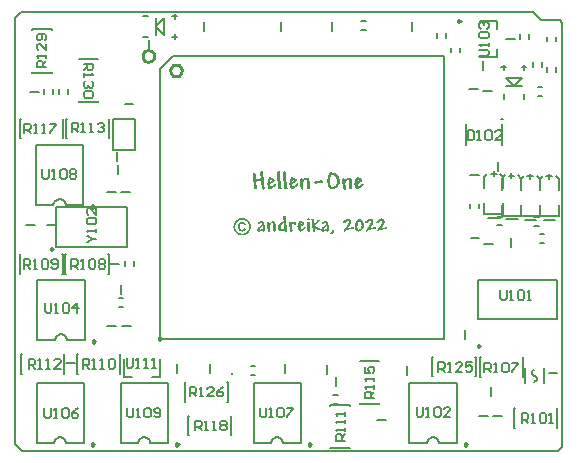
<source format=gto>
G04*
G04 #@! TF.GenerationSoftware,Altium Limited,Altium Designer,22.1.2 (22)*
G04*
G04 Layer_Color=65535*
%FSLAX25Y25*%
%MOIN*%
G70*
G04*
G04 #@! TF.SameCoordinates,AA89485F-E9C4-495D-BB32-9FCCB39CE94D*
G04*
G04*
G04 #@! TF.FilePolarity,Positive*
G04*
G01*
G75*
%ADD10C,0.00984*%
%ADD11C,0.00787*%
%ADD12C,0.01000*%
%ADD13C,0.00591*%
%ADD14C,0.00800*%
%ADD15C,0.00669*%
%ADD16C,0.00650*%
G36*
X82723Y93613D02*
X82769D01*
X82878Y93576D01*
X82924Y93549D01*
X82978Y93513D01*
X82988Y93503D01*
X82997Y93494D01*
X83015Y93467D01*
X83042Y93440D01*
X83088Y93340D01*
X83097Y93285D01*
X83106Y93221D01*
Y93203D01*
Y93185D01*
Y93157D01*
Y93121D01*
X83115Y93075D01*
Y93021D01*
Y92957D01*
X83124Y92875D01*
Y92775D01*
X83133Y92674D01*
X83142Y92556D01*
X83152Y92419D01*
X83170Y92264D01*
X83179Y92101D01*
X83197Y91918D01*
Y91900D01*
X83206Y91855D01*
X83215Y91791D01*
X83224Y91718D01*
Y91636D01*
X83234Y91563D01*
X83243Y91499D01*
Y91454D01*
X83306Y91463D01*
X83325D01*
X83361Y91445D01*
X83416Y91417D01*
X83452Y91381D01*
X83479Y91344D01*
Y91335D01*
X83489Y91326D01*
X83525Y91272D01*
X83552Y91189D01*
X83561Y91089D01*
Y91080D01*
Y91062D01*
Y91035D01*
X83552Y90998D01*
X83525Y90898D01*
X83479Y90761D01*
Y90752D01*
X83470Y90734D01*
X83434Y90670D01*
X83379Y90606D01*
X83352Y90588D01*
X83325Y90579D01*
X83352Y90078D01*
Y90060D01*
X83361Y90014D01*
Y89978D01*
X83370Y89932D01*
X83379Y89878D01*
X83388Y89814D01*
X83398Y89732D01*
X83407Y89650D01*
X83425Y89550D01*
X83434Y89440D01*
X83452Y89313D01*
X83470Y89176D01*
X83498Y89030D01*
X83516Y88867D01*
Y88857D01*
X83525Y88830D01*
Y88784D01*
X83534Y88730D01*
X83552Y88657D01*
X83561Y88575D01*
X83589Y88411D01*
X83607Y88229D01*
X83634Y88074D01*
X83644Y88001D01*
Y87946D01*
X83653Y87901D01*
Y87874D01*
Y87864D01*
Y87846D01*
X83644Y87810D01*
X83634Y87773D01*
X83607Y87673D01*
X83571Y87628D01*
X83534Y87582D01*
X83525D01*
X83516Y87564D01*
X83489Y87546D01*
X83452Y87527D01*
X83407Y87509D01*
X83343Y87491D01*
X83279Y87482D01*
X83206Y87473D01*
X83170D01*
X83124Y87482D01*
X83079Y87491D01*
X83015Y87509D01*
X82951Y87546D01*
X82887Y87582D01*
X82833Y87637D01*
X82824Y87646D01*
X82815Y87664D01*
X82787Y87700D01*
X82769Y87755D01*
X82742Y87819D01*
X82714Y87892D01*
X82705Y87983D01*
X82696Y88083D01*
Y88101D01*
Y88120D01*
Y88147D01*
X82687Y88192D01*
Y88247D01*
X82678Y88320D01*
X82669Y88402D01*
X82660Y88511D01*
X82651Y88630D01*
X82632Y88775D01*
X82614Y88939D01*
X82596Y89131D01*
X82569Y89340D01*
X82541Y89586D01*
X82505Y89850D01*
Y89859D01*
Y89869D01*
X82496Y89923D01*
X82486Y90005D01*
X82477Y90096D01*
X82459Y90197D01*
X82450Y90297D01*
X82441Y90379D01*
X82432Y90443D01*
X82423D01*
X82395Y90433D01*
X82359D01*
X82304Y90424D01*
X82231Y90406D01*
X82149Y90388D01*
X82058Y90370D01*
X81949Y90351D01*
X81831Y90333D01*
X81703Y90306D01*
X81566Y90269D01*
X81430Y90242D01*
X81111Y90169D01*
X80774Y90078D01*
Y90069D01*
X80783Y90033D01*
X80792Y89978D01*
X80801Y89896D01*
X80819Y89777D01*
X80838Y89641D01*
X80847Y89550D01*
X80865Y89459D01*
X80874Y89349D01*
X80892Y89240D01*
Y89231D01*
Y89213D01*
X80901Y89185D01*
X80910Y89140D01*
X80929Y89030D01*
X80947Y88894D01*
X80974Y88748D01*
X80993Y88593D01*
X81020Y88457D01*
X81047Y88329D01*
X81065Y88320D01*
X81093Y88311D01*
X81129Y88283D01*
X81156Y88256D01*
X81166Y88247D01*
X81175Y88220D01*
X81184Y88174D01*
Y88101D01*
Y88092D01*
Y88083D01*
X81175Y88056D01*
X81156Y88019D01*
X81129Y87974D01*
X81093Y87919D01*
X81038Y87855D01*
X80965Y87792D01*
X80956Y87782D01*
X80929Y87764D01*
X80892Y87737D01*
X80838Y87709D01*
X80719Y87646D01*
X80664Y87628D01*
X80601Y87618D01*
X80582D01*
X80555Y87628D01*
X80519D01*
X80437Y87655D01*
X80337Y87719D01*
X80282Y87755D01*
X80236Y87810D01*
X80191Y87864D01*
X80145Y87937D01*
X80109Y88028D01*
X80072Y88129D01*
X80054Y88247D01*
X80036Y88384D01*
Y88402D01*
Y88438D01*
X80027Y88511D01*
X80018Y88611D01*
X80009Y88748D01*
X79990Y88921D01*
X79981Y89012D01*
X79972Y89122D01*
X79963Y89240D01*
X79954Y89368D01*
Y89377D01*
Y89395D01*
X79945Y89422D01*
Y89459D01*
X79936Y89559D01*
X79927Y89668D01*
X79918Y89787D01*
X79908Y89896D01*
X79899Y89987D01*
Y90023D01*
Y90051D01*
X79881D01*
X79845Y90069D01*
X79817Y90087D01*
X79790Y90105D01*
X79763Y90142D01*
X79726Y90188D01*
Y90197D01*
X79717Y90215D01*
X79690Y90269D01*
X79653Y90342D01*
X79644Y90424D01*
Y90433D01*
Y90443D01*
X79653Y90497D01*
X79672Y90570D01*
X79699Y90652D01*
Y90661D01*
X79708Y90670D01*
X79735Y90707D01*
X79790Y90743D01*
X79854Y90771D01*
Y90780D01*
Y90789D01*
Y90825D01*
X79845Y90871D01*
X79835Y90944D01*
X79826Y91026D01*
X79808Y91144D01*
X79781Y91281D01*
Y91290D01*
X79772Y91317D01*
X79763Y91363D01*
X79754Y91417D01*
X79744Y91490D01*
X79735Y91572D01*
X79708Y91745D01*
X79672Y91946D01*
X79653Y92137D01*
X79635Y92310D01*
X79626Y92392D01*
Y92456D01*
Y92465D01*
Y92492D01*
X79635Y92529D01*
X79644Y92574D01*
X79662Y92629D01*
X79690Y92693D01*
X79726Y92747D01*
X79772Y92802D01*
X79781Y92811D01*
X79799Y92820D01*
X79826Y92848D01*
X79872Y92875D01*
X79981Y92921D01*
X80045Y92930D01*
X80109Y92939D01*
X80145D01*
X80182Y92930D01*
X80227Y92921D01*
X80282Y92893D01*
X80346Y92866D01*
X80409Y92820D01*
X80473Y92766D01*
X80482Y92756D01*
X80501Y92738D01*
X80528Y92702D01*
X80555Y92647D01*
X80582Y92593D01*
X80610Y92520D01*
X80628Y92428D01*
X80637Y92337D01*
Y92328D01*
Y92292D01*
Y92246D01*
Y92182D01*
Y92101D01*
X80646Y92010D01*
Y91909D01*
X80655Y91800D01*
X80664Y91563D01*
X80683Y91308D01*
X80710Y91071D01*
X80728Y90962D01*
X80747Y90852D01*
X80756D01*
X80792Y90862D01*
X80847Y90871D01*
X80920Y90880D01*
X81002Y90898D01*
X81102Y90916D01*
X81211Y90934D01*
X81330Y90953D01*
X81585Y91017D01*
X81849Y91080D01*
X82104Y91153D01*
X82231Y91199D01*
X82341Y91244D01*
Y91253D01*
Y91281D01*
X82332Y91335D01*
X82323Y91417D01*
X82313Y91518D01*
X82295Y91654D01*
X82268Y91827D01*
X82250Y91918D01*
X82231Y92028D01*
Y92037D01*
X82222Y92064D01*
Y92101D01*
X82213Y92155D01*
X82204Y92219D01*
X82186Y92301D01*
X82168Y92465D01*
X82140Y92647D01*
X82113Y92829D01*
X82104Y92993D01*
X82095Y93057D01*
Y93121D01*
Y93130D01*
Y93157D01*
X82104Y93194D01*
X82113Y93248D01*
X82131Y93303D01*
X82168Y93358D01*
X82204Y93422D01*
X82259Y93476D01*
X82268Y93485D01*
X82286Y93503D01*
X82323Y93522D01*
X82377Y93549D01*
X82432Y93576D01*
X82496Y93604D01*
X82569Y93613D01*
X82651Y93622D01*
X82687D01*
X82723Y93613D01*
D02*
G37*
G36*
X111948Y91463D02*
X112012Y91445D01*
X112094Y91426D01*
X112176Y91390D01*
X112258Y91344D01*
X112340Y91281D01*
X112349Y91272D01*
X112376Y91244D01*
X112413Y91199D01*
X112458Y91144D01*
X112504Y91062D01*
X112559Y90962D01*
X112604Y90852D01*
X112650Y90725D01*
X112659Y90707D01*
Y90689D01*
X112668Y90652D01*
X112677Y90606D01*
X112686Y90543D01*
X112695Y90479D01*
X112704Y90388D01*
X112723Y90288D01*
X112732Y90169D01*
X112741Y90042D01*
X112750Y89887D01*
X112768Y89723D01*
X112777Y89541D01*
Y89331D01*
X112786Y89103D01*
Y89094D01*
Y89067D01*
X112795Y89021D01*
Y88967D01*
Y88885D01*
X112805Y88784D01*
X112814Y88675D01*
X112823Y88538D01*
Y88520D01*
X112832Y88475D01*
Y88411D01*
X112841Y88338D01*
X112850Y88174D01*
X112859Y88092D01*
Y88038D01*
Y88028D01*
Y88010D01*
X112850Y87974D01*
X112841Y87928D01*
X112814Y87874D01*
X112786Y87819D01*
X112741Y87764D01*
X112686Y87709D01*
X112677Y87700D01*
X112659Y87691D01*
X112622Y87664D01*
X112577Y87646D01*
X112513Y87618D01*
X112449Y87591D01*
X112376Y87582D01*
X112304Y87573D01*
X112267D01*
X112231Y87582D01*
X112176D01*
X112058Y87618D01*
X111994Y87637D01*
X111939Y87673D01*
X111930Y87682D01*
X111921Y87691D01*
X111866Y87746D01*
X111821Y87828D01*
X111802Y87883D01*
X111793Y87937D01*
Y87946D01*
Y87955D01*
Y87992D01*
Y88038D01*
Y88101D01*
Y88183D01*
X111802Y88293D01*
Y88429D01*
Y88438D01*
Y88457D01*
Y88475D01*
Y88511D01*
X111812Y88602D01*
Y88712D01*
Y88830D01*
X111821Y88949D01*
Y89058D01*
Y89140D01*
Y89149D01*
Y89167D01*
Y89204D01*
Y89258D01*
Y89267D01*
Y89286D01*
X111830Y89340D01*
Y89422D01*
Y89495D01*
Y89513D01*
Y89550D01*
Y89613D01*
X111821Y89705D01*
Y89805D01*
X111812Y89914D01*
X111793Y90160D01*
X111748Y90397D01*
X111721Y90506D01*
X111693Y90606D01*
X111657Y90698D01*
X111611Y90761D01*
X111556Y90798D01*
X111502Y90816D01*
X111465D01*
X111429Y90807D01*
X111374Y90789D01*
X111302Y90761D01*
X111229Y90716D01*
X111147Y90661D01*
X111056Y90588D01*
X111046Y90579D01*
X111019Y90552D01*
X110974Y90497D01*
X110919Y90433D01*
X110855Y90351D01*
X110791Y90260D01*
X110728Y90151D01*
X110673Y90023D01*
X110664Y90005D01*
X110655Y89969D01*
X110627Y89896D01*
X110609Y89805D01*
X110582Y89686D01*
X110554Y89559D01*
X110545Y89413D01*
X110536Y89258D01*
Y89249D01*
Y89222D01*
X110545Y89176D01*
Y89113D01*
X110554Y89012D01*
X110573Y88894D01*
X110591Y88730D01*
X110600Y88639D01*
X110618Y88538D01*
Y88529D01*
Y88511D01*
X110627Y88484D01*
X110636Y88438D01*
X110645Y88329D01*
X110664Y88201D01*
X110682Y88065D01*
X110691Y87928D01*
X110709Y87810D01*
Y87764D01*
Y87719D01*
Y87709D01*
Y87700D01*
X110691Y87646D01*
X110664Y87573D01*
X110627Y87546D01*
X110591Y87509D01*
X110582D01*
X110573Y87500D01*
X110545Y87491D01*
X110509Y87473D01*
X110418Y87445D01*
X110309Y87436D01*
X110254D01*
X110190Y87445D01*
X110108Y87464D01*
X110026Y87500D01*
X109944Y87536D01*
X109871Y87600D01*
X109817Y87682D01*
Y87691D01*
X109798Y87737D01*
X109780Y87801D01*
X109762Y87901D01*
X109753Y87955D01*
X109734Y88028D01*
X109725Y88110D01*
X109707Y88201D01*
X109698Y88293D01*
X109680Y88402D01*
X109671Y88529D01*
X109652Y88657D01*
Y88675D01*
Y88712D01*
X109643Y88766D01*
X109634Y88830D01*
X109625Y88976D01*
X109616Y89049D01*
X109607Y89113D01*
Y89131D01*
X109598Y89176D01*
X109589Y89240D01*
X109580Y89331D01*
X109571Y89440D01*
X109552Y89559D01*
X109543Y89686D01*
X109525Y89823D01*
X109498Y90096D01*
X109479Y90224D01*
X109470Y90342D01*
X109461Y90452D01*
X109452Y90543D01*
X109443Y90616D01*
Y90661D01*
Y90670D01*
Y90689D01*
Y90716D01*
X109452Y90752D01*
X109470Y90843D01*
X109507Y90944D01*
X109571Y91044D01*
X109616Y91098D01*
X109671Y91135D01*
X109734Y91171D01*
X109807Y91199D01*
X109889Y91217D01*
X109980Y91226D01*
X110017D01*
X110063Y91217D01*
X110117Y91208D01*
X110172Y91189D01*
X110236Y91171D01*
X110290Y91135D01*
X110336Y91089D01*
X110345Y91080D01*
X110354Y91062D01*
X110372Y91035D01*
X110400Y90980D01*
X110427Y90925D01*
X110454Y90843D01*
X110473Y90761D01*
X110491Y90652D01*
Y90661D01*
X110500Y90670D01*
X110536Y90716D01*
X110600Y90789D01*
X110673Y90871D01*
X110764Y90971D01*
X110873Y91071D01*
X110992Y91171D01*
X111119Y91253D01*
X111137Y91262D01*
X111183Y91290D01*
X111256Y91326D01*
X111347Y91363D01*
X111456Y91399D01*
X111575Y91435D01*
X111711Y91463D01*
X111848Y91472D01*
X111894D01*
X111948Y91463D01*
D02*
G37*
G36*
X97828D02*
X97891Y91445D01*
X97974Y91426D01*
X98055Y91390D01*
X98137Y91344D01*
X98220Y91281D01*
X98229Y91272D01*
X98256Y91244D01*
X98292Y91199D01*
X98338Y91144D01*
X98383Y91062D01*
X98438Y90962D01*
X98484Y90852D01*
X98529Y90725D01*
X98538Y90707D01*
Y90689D01*
X98548Y90652D01*
X98557Y90606D01*
X98566Y90543D01*
X98575Y90479D01*
X98584Y90388D01*
X98602Y90288D01*
X98611Y90169D01*
X98620Y90042D01*
X98629Y89887D01*
X98648Y89723D01*
X98657Y89541D01*
Y89331D01*
X98666Y89103D01*
Y89094D01*
Y89067D01*
X98675Y89021D01*
Y88967D01*
Y88885D01*
X98684Y88784D01*
X98693Y88675D01*
X98702Y88538D01*
Y88520D01*
X98711Y88475D01*
Y88411D01*
X98721Y88338D01*
X98730Y88174D01*
X98739Y88092D01*
Y88038D01*
Y88028D01*
Y88010D01*
X98730Y87974D01*
X98721Y87928D01*
X98693Y87874D01*
X98666Y87819D01*
X98620Y87764D01*
X98566Y87709D01*
X98557Y87700D01*
X98538Y87691D01*
X98502Y87664D01*
X98456Y87646D01*
X98393Y87618D01*
X98329Y87591D01*
X98256Y87582D01*
X98183Y87573D01*
X98147D01*
X98110Y87582D01*
X98055D01*
X97937Y87618D01*
X97873Y87637D01*
X97819Y87673D01*
X97810Y87682D01*
X97800Y87691D01*
X97746Y87746D01*
X97700Y87828D01*
X97682Y87883D01*
X97673Y87937D01*
Y87946D01*
Y87955D01*
Y87992D01*
Y88038D01*
Y88101D01*
Y88183D01*
X97682Y88293D01*
Y88429D01*
Y88438D01*
Y88457D01*
Y88475D01*
Y88511D01*
X97691Y88602D01*
Y88712D01*
Y88830D01*
X97700Y88949D01*
Y89058D01*
Y89140D01*
Y89149D01*
Y89167D01*
Y89204D01*
Y89258D01*
Y89267D01*
Y89286D01*
X97709Y89340D01*
Y89422D01*
Y89495D01*
Y89513D01*
Y89550D01*
Y89613D01*
X97700Y89705D01*
Y89805D01*
X97691Y89914D01*
X97673Y90160D01*
X97627Y90397D01*
X97600Y90506D01*
X97573Y90606D01*
X97536Y90698D01*
X97491Y90761D01*
X97436Y90798D01*
X97381Y90816D01*
X97345D01*
X97308Y90807D01*
X97254Y90789D01*
X97181Y90761D01*
X97108Y90716D01*
X97026Y90661D01*
X96935Y90588D01*
X96926Y90579D01*
X96899Y90552D01*
X96853Y90497D01*
X96798Y90433D01*
X96735Y90351D01*
X96671Y90260D01*
X96607Y90151D01*
X96552Y90023D01*
X96543Y90005D01*
X96534Y89969D01*
X96507Y89896D01*
X96489Y89805D01*
X96461Y89686D01*
X96434Y89559D01*
X96425Y89413D01*
X96416Y89258D01*
Y89249D01*
Y89222D01*
X96425Y89176D01*
Y89113D01*
X96434Y89012D01*
X96452Y88894D01*
X96470Y88730D01*
X96479Y88639D01*
X96498Y88538D01*
Y88529D01*
Y88511D01*
X96507Y88484D01*
X96516Y88438D01*
X96525Y88329D01*
X96543Y88201D01*
X96561Y88065D01*
X96571Y87928D01*
X96589Y87810D01*
Y87764D01*
Y87719D01*
Y87709D01*
Y87700D01*
X96571Y87646D01*
X96543Y87573D01*
X96507Y87546D01*
X96470Y87509D01*
X96461D01*
X96452Y87500D01*
X96425Y87491D01*
X96388Y87473D01*
X96297Y87445D01*
X96188Y87436D01*
X96133D01*
X96070Y87445D01*
X95987Y87464D01*
X95906Y87500D01*
X95824Y87536D01*
X95751Y87600D01*
X95696Y87682D01*
Y87691D01*
X95678Y87737D01*
X95660Y87801D01*
X95641Y87901D01*
X95632Y87955D01*
X95614Y88028D01*
X95605Y88110D01*
X95587Y88201D01*
X95578Y88293D01*
X95559Y88402D01*
X95550Y88529D01*
X95532Y88657D01*
Y88675D01*
Y88712D01*
X95523Y88766D01*
X95514Y88830D01*
X95505Y88976D01*
X95496Y89049D01*
X95486Y89113D01*
Y89131D01*
X95477Y89176D01*
X95468Y89240D01*
X95459Y89331D01*
X95450Y89440D01*
X95432Y89559D01*
X95423Y89686D01*
X95404Y89823D01*
X95377Y90096D01*
X95359Y90224D01*
X95350Y90342D01*
X95341Y90452D01*
X95332Y90543D01*
X95323Y90616D01*
Y90661D01*
Y90670D01*
Y90689D01*
Y90716D01*
X95332Y90752D01*
X95350Y90843D01*
X95386Y90944D01*
X95450Y91044D01*
X95496Y91098D01*
X95550Y91135D01*
X95614Y91171D01*
X95687Y91199D01*
X95769Y91217D01*
X95860Y91226D01*
X95897D01*
X95942Y91217D01*
X95997Y91208D01*
X96051Y91189D01*
X96115Y91171D01*
X96170Y91135D01*
X96215Y91089D01*
X96224Y91080D01*
X96233Y91062D01*
X96252Y91035D01*
X96279Y90980D01*
X96306Y90925D01*
X96334Y90843D01*
X96352Y90761D01*
X96370Y90652D01*
Y90661D01*
X96379Y90670D01*
X96416Y90716D01*
X96479Y90789D01*
X96552Y90871D01*
X96644Y90971D01*
X96753Y91071D01*
X96871Y91171D01*
X96999Y91253D01*
X97017Y91262D01*
X97062Y91290D01*
X97135Y91326D01*
X97227Y91363D01*
X97336Y91399D01*
X97454Y91435D01*
X97591Y91463D01*
X97728Y91472D01*
X97773D01*
X97828Y91463D01*
D02*
G37*
G36*
X102711Y90561D02*
X102756Y90552D01*
X102857Y90515D01*
X102911Y90488D01*
X102957Y90443D01*
X102966Y90433D01*
X102975Y90424D01*
X102993Y90397D01*
X103021Y90360D01*
X103057Y90269D01*
X103066Y90215D01*
X103075Y90160D01*
Y90151D01*
Y90133D01*
X103066Y90105D01*
Y90060D01*
X103030Y89969D01*
X103002Y89914D01*
X102966Y89859D01*
Y89850D01*
X102948Y89841D01*
X102893Y89796D01*
X102820Y89741D01*
X102765Y89732D01*
X102711Y89723D01*
X102601D01*
X102547Y89714D01*
X102474D01*
X102392Y89705D01*
X102301D01*
X102201Y89686D01*
X102091Y89677D01*
X101845Y89650D01*
X101572Y89604D01*
X101271Y89541D01*
X101262D01*
X101244Y89531D01*
X101217D01*
X101171Y89522D01*
X101071Y89495D01*
X100952Y89477D01*
X100825Y89450D01*
X100707Y89422D01*
X100661Y89413D01*
X100625D01*
X100588Y89404D01*
X100543D01*
X100515Y89413D01*
X100479Y89422D01*
X100397Y89459D01*
X100351Y89486D01*
X100315Y89531D01*
Y89541D01*
X100297Y89559D01*
X100287Y89586D01*
X100269Y89623D01*
X100233Y89705D01*
X100224Y89759D01*
X100215Y89814D01*
Y89823D01*
Y89841D01*
X100224Y89869D01*
X100233Y89914D01*
X100269Y90014D01*
X100297Y90069D01*
X100333Y90133D01*
X100342Y90142D01*
X100351Y90160D01*
X100379Y90188D01*
X100415Y90215D01*
X100497Y90269D01*
X100552Y90288D01*
X100606Y90297D01*
X100670D01*
X100725Y90306D01*
X100807Y90315D01*
X100916Y90324D01*
X101053Y90342D01*
X101144Y90360D01*
X101235Y90370D01*
X101253D01*
X101290Y90379D01*
X101335Y90388D01*
X101399Y90397D01*
X101535Y90415D01*
X101599Y90424D01*
X101645Y90433D01*
X101672D01*
X101699Y90443D01*
X101745D01*
X101800Y90452D01*
X101873Y90461D01*
X101964Y90470D01*
X102064Y90488D01*
X102082D01*
X102137Y90497D01*
X102219Y90515D01*
X102310Y90534D01*
X102410Y90543D01*
X102501Y90561D01*
X102583Y90570D01*
X102683D01*
X102711Y90561D01*
D02*
G37*
G36*
X105890Y93276D02*
X105927Y93267D01*
X105972Y93248D01*
X106018Y93221D01*
X106063Y93185D01*
X106118Y93139D01*
X106127Y93130D01*
X106145Y93112D01*
X106163Y93084D01*
X106191Y93048D01*
X106245Y92957D01*
X106254Y92911D01*
X106264Y92857D01*
Y92848D01*
Y92811D01*
Y92747D01*
X106254Y92684D01*
X106227Y92520D01*
X106209Y92438D01*
X106182Y92365D01*
Y92356D01*
X106173Y92337D01*
X106136Y92274D01*
X106081Y92210D01*
X106054Y92192D01*
X106027Y92182D01*
X106009D01*
X105963Y92192D01*
X105908Y92210D01*
X105872Y92246D01*
X105863Y92255D01*
X105845Y92292D01*
X105817Y92319D01*
X105772Y92328D01*
X105754Y92319D01*
X105735Y92301D01*
X105708Y92255D01*
X105681Y92192D01*
X105662Y92146D01*
X105644Y92091D01*
X105626Y92028D01*
X105608Y91955D01*
X105589Y91873D01*
X105571Y91773D01*
Y91764D01*
Y91745D01*
X105562Y91718D01*
X105553Y91672D01*
Y91618D01*
X105544Y91554D01*
X105535Y91481D01*
X105526Y91399D01*
X105517Y91308D01*
X105508Y91199D01*
X105498Y90971D01*
X105480Y90707D01*
Y90415D01*
Y90406D01*
Y90370D01*
Y90315D01*
Y90251D01*
X105489Y90169D01*
Y90069D01*
X105498Y89960D01*
X105508Y89850D01*
X105526Y89595D01*
X105562Y89340D01*
X105617Y89094D01*
X105644Y88976D01*
X105681Y88867D01*
Y88857D01*
X105690Y88839D01*
X105699Y88821D01*
X105717Y88784D01*
X105763Y88693D01*
X105826Y88602D01*
X105899Y88502D01*
X105999Y88411D01*
X106045Y88375D01*
X106109Y88356D01*
X106163Y88338D01*
X106227Y88329D01*
X106291D01*
X106336Y88338D01*
X106391Y88347D01*
X106455Y88356D01*
X106610Y88402D01*
X106783Y88475D01*
X106874Y88520D01*
X106965Y88575D01*
X107065Y88639D01*
X107166Y88721D01*
X107257Y88812D01*
X107348Y88912D01*
X107357Y88921D01*
X107366Y88939D01*
X107393Y88967D01*
X107421Y89012D01*
X107457Y89067D01*
X107503Y89140D01*
X107548Y89213D01*
X107594Y89304D01*
X107676Y89504D01*
X107758Y89732D01*
X107812Y89987D01*
X107821Y90124D01*
X107831Y90269D01*
Y90279D01*
Y90297D01*
Y90333D01*
X107821Y90379D01*
Y90443D01*
X107812Y90506D01*
X107776Y90670D01*
X107730Y90862D01*
X107658Y91071D01*
X107557Y91281D01*
X107493Y91390D01*
X107421Y91499D01*
Y91508D01*
X107402Y91527D01*
X107384Y91554D01*
X107348Y91590D01*
X107266Y91691D01*
X107156Y91809D01*
X107020Y91946D01*
X106856Y92073D01*
X106674Y92201D01*
X106482Y92301D01*
X106473Y92310D01*
X106446Y92319D01*
X106419Y92347D01*
X106382Y92392D01*
X106336Y92465D01*
X106309Y92547D01*
X106282Y92665D01*
X106273Y92811D01*
Y92820D01*
Y92839D01*
X106282Y92893D01*
X106300Y92957D01*
X106346Y93030D01*
X106364Y93048D01*
X106400Y93075D01*
X106473Y93103D01*
X106564Y93121D01*
X106619D01*
X106655Y93112D01*
X106756Y93103D01*
X106883Y93066D01*
X107038Y93021D01*
X107211Y92948D01*
X107393Y92839D01*
X107484Y92775D01*
X107576Y92702D01*
X107585Y92693D01*
X107594Y92684D01*
X107621Y92656D01*
X107658Y92629D01*
X107749Y92538D01*
X107867Y92410D01*
X107994Y92246D01*
X108131Y92064D01*
X108259Y91846D01*
X108386Y91600D01*
Y91590D01*
X108405Y91572D01*
X108414Y91536D01*
X108441Y91481D01*
X108459Y91426D01*
X108486Y91353D01*
X108514Y91272D01*
X108550Y91180D01*
X108605Y90971D01*
X108660Y90743D01*
X108696Y90497D01*
X108705Y90242D01*
Y90233D01*
Y90215D01*
Y90188D01*
X108696Y90142D01*
Y90087D01*
X108687Y90023D01*
X108669Y89951D01*
X108660Y89869D01*
X108614Y89686D01*
X108541Y89477D01*
X108441Y89249D01*
X108386Y89131D01*
X108313Y89003D01*
Y88994D01*
X108295Y88976D01*
X108277Y88939D01*
X108240Y88894D01*
X108204Y88839D01*
X108159Y88775D01*
X108049Y88630D01*
X107903Y88466D01*
X107739Y88293D01*
X107548Y88120D01*
X107339Y87965D01*
X107329D01*
X107311Y87946D01*
X107284Y87928D01*
X107238Y87901D01*
X107184Y87874D01*
X107120Y87846D01*
X106974Y87773D01*
X106792Y87700D01*
X106582Y87646D01*
X106364Y87600D01*
X106127Y87582D01*
X106090D01*
X106054Y87591D01*
X105990D01*
X105927Y87600D01*
X105854Y87618D01*
X105672Y87673D01*
X105580Y87709D01*
X105480Y87755D01*
X105380Y87810D01*
X105280Y87874D01*
X105180Y87955D01*
X105088Y88047D01*
X105006Y88156D01*
X104924Y88274D01*
Y88283D01*
X104906Y88311D01*
X104888Y88347D01*
X104861Y88411D01*
X104833Y88484D01*
X104797Y88584D01*
X104770Y88693D01*
X104733Y88830D01*
X104697Y88985D01*
X104660Y89158D01*
X104624Y89349D01*
X104596Y89559D01*
X104569Y89787D01*
X104551Y90042D01*
X104542Y90315D01*
X104533Y90616D01*
Y90625D01*
Y90643D01*
Y90689D01*
Y90734D01*
X104542Y90798D01*
Y90871D01*
X104551Y90953D01*
Y91044D01*
X104578Y91244D01*
X104606Y91463D01*
X104651Y91691D01*
X104706Y91918D01*
Y91927D01*
X104715Y91946D01*
X104724Y91973D01*
X104742Y92019D01*
X104761Y92073D01*
X104779Y92128D01*
X104833Y92264D01*
X104906Y92419D01*
X104997Y92583D01*
X105098Y92747D01*
X105207Y92902D01*
X105225Y92921D01*
X105262Y92966D01*
X105325Y93021D01*
X105407Y93094D01*
X105508Y93166D01*
X105608Y93221D01*
X105726Y93267D01*
X105835Y93285D01*
X105863D01*
X105890Y93276D01*
D02*
G37*
G36*
X114581Y91581D02*
X114681Y91572D01*
X114791Y91554D01*
X114918Y91527D01*
X115055Y91490D01*
X115191Y91445D01*
X115210Y91435D01*
X115255Y91417D01*
X115319Y91390D01*
X115401Y91344D01*
X115501Y91290D01*
X115601Y91226D01*
X115702Y91144D01*
X115802Y91062D01*
X115811Y91053D01*
X115838Y91026D01*
X115884Y90980D01*
X115929Y90916D01*
X115975Y90852D01*
X116020Y90780D01*
X116048Y90698D01*
X116057Y90625D01*
Y90616D01*
Y90588D01*
Y90543D01*
X116048Y90497D01*
X116039Y90388D01*
X116030Y90333D01*
X116011Y90288D01*
X116002Y90269D01*
X115975Y90224D01*
X115929Y90169D01*
X115857Y90096D01*
X115847D01*
X115829Y90078D01*
X115793Y90051D01*
X115738Y90014D01*
X115656Y89960D01*
X115538Y89896D01*
X115474Y89850D01*
X115392Y89805D01*
X115310Y89759D01*
X115210Y89705D01*
X115200D01*
X115182Y89696D01*
X115164Y89677D01*
X115128Y89659D01*
X115037Y89604D01*
X114936Y89550D01*
X114827Y89486D01*
X114727Y89422D01*
X114645Y89377D01*
X114618Y89358D01*
X114599Y89340D01*
Y89131D01*
Y89122D01*
Y89085D01*
X114608Y89021D01*
Y88958D01*
X114618Y88876D01*
X114636Y88784D01*
X114681Y88611D01*
Y88602D01*
X114699Y88575D01*
X114718Y88538D01*
X114745Y88502D01*
X114772Y88466D01*
X114809Y88429D01*
X114845Y88402D01*
X114882Y88393D01*
X114891D01*
X114918Y88402D01*
X114964Y88420D01*
X115037Y88457D01*
X115128Y88511D01*
X115246Y88602D01*
X115310Y88666D01*
X115383Y88730D01*
X115465Y88803D01*
X115556Y88894D01*
X115565Y88903D01*
X115574Y88912D01*
X115620Y88958D01*
X115683Y89030D01*
X115765Y89113D01*
X115857Y89195D01*
X115938Y89276D01*
X116020Y89349D01*
X116075Y89395D01*
X116084Y89404D01*
X116093Y89413D01*
X116157Y89450D01*
X116230Y89477D01*
X116266Y89495D01*
X116358D01*
X116412Y89477D01*
X116467Y89459D01*
X116522Y89431D01*
X116576Y89377D01*
X116613Y89313D01*
X116622Y89222D01*
Y89213D01*
X116604Y89167D01*
X116576Y89094D01*
X116540Y89049D01*
X116503Y88994D01*
X116458Y88930D01*
X116394Y88857D01*
X116321Y88784D01*
X116230Y88693D01*
X116121Y88593D01*
X116002Y88484D01*
X115857Y88375D01*
X115692Y88247D01*
X115683Y88238D01*
X115665Y88229D01*
X115629Y88192D01*
X115565Y88147D01*
X115556Y88138D01*
X115529Y88120D01*
X115492Y88092D01*
X115437Y88047D01*
X115374Y88001D01*
X115310Y87946D01*
X115155Y87837D01*
X114982Y87719D01*
X114827Y87618D01*
X114754Y87573D01*
X114690Y87546D01*
X114645Y87527D01*
X114599Y87518D01*
X114581D01*
X114535Y87527D01*
X114472Y87546D01*
X114381Y87573D01*
X114280Y87628D01*
X114180Y87700D01*
X114080Y87810D01*
X114025Y87883D01*
X113980Y87955D01*
Y87965D01*
X113971Y87974D01*
X113962Y88001D01*
X113943Y88038D01*
X113898Y88129D01*
X113861Y88247D01*
X113816Y88393D01*
X113770Y88566D01*
X113743Y88748D01*
X113734Y88949D01*
Y89103D01*
X113725D01*
X113688Y89094D01*
X113625Y89085D01*
X113552Y89076D01*
X113542D01*
X113515Y89085D01*
X113479Y89113D01*
X113442Y89158D01*
X113433Y89176D01*
X113415Y89213D01*
X113397Y89258D01*
X113388Y89322D01*
Y89331D01*
Y89349D01*
Y89377D01*
X113397Y89413D01*
X113415Y89495D01*
X113442Y89568D01*
X113451Y89586D01*
X113470Y89595D01*
X113497Y89623D01*
X113533Y89650D01*
X113579Y89677D01*
X113643Y89705D01*
X113716Y89741D01*
Y89750D01*
Y89759D01*
Y89787D01*
Y89823D01*
X113725Y89914D01*
Y90023D01*
X113743Y90160D01*
X113761Y90306D01*
X113779Y90461D01*
X113816Y90616D01*
Y90625D01*
X113825Y90634D01*
X113834Y90689D01*
X113861Y90761D01*
X113898Y90852D01*
X113934Y90962D01*
X113989Y91080D01*
X114044Y91199D01*
X114107Y91308D01*
X114117Y91317D01*
X114135Y91353D01*
X114171Y91399D01*
X114217Y91454D01*
X114271Y91499D01*
X114326Y91545D01*
X114381Y91581D01*
X114435Y91590D01*
X114499D01*
X114581Y91581D01*
D02*
G37*
G36*
X92845D02*
X92945Y91572D01*
X93054Y91554D01*
X93182Y91527D01*
X93318Y91490D01*
X93455Y91445D01*
X93473Y91435D01*
X93519Y91417D01*
X93582Y91390D01*
X93664Y91344D01*
X93765Y91290D01*
X93865Y91226D01*
X93965Y91144D01*
X94065Y91062D01*
X94074Y91053D01*
X94102Y91026D01*
X94147Y90980D01*
X94193Y90916D01*
X94238Y90852D01*
X94284Y90780D01*
X94311Y90698D01*
X94320Y90625D01*
Y90616D01*
Y90588D01*
Y90543D01*
X94311Y90497D01*
X94302Y90388D01*
X94293Y90333D01*
X94275Y90288D01*
X94266Y90269D01*
X94238Y90224D01*
X94193Y90169D01*
X94120Y90096D01*
X94111D01*
X94093Y90078D01*
X94056Y90051D01*
X94002Y90014D01*
X93920Y89960D01*
X93801Y89896D01*
X93737Y89850D01*
X93655Y89805D01*
X93573Y89759D01*
X93473Y89705D01*
X93464D01*
X93446Y89696D01*
X93428Y89677D01*
X93391Y89659D01*
X93300Y89604D01*
X93200Y89550D01*
X93091Y89486D01*
X92990Y89422D01*
X92908Y89377D01*
X92881Y89358D01*
X92863Y89340D01*
Y89131D01*
Y89122D01*
Y89085D01*
X92872Y89021D01*
Y88958D01*
X92881Y88876D01*
X92899Y88784D01*
X92945Y88611D01*
Y88602D01*
X92963Y88575D01*
X92981Y88538D01*
X93009Y88502D01*
X93036Y88466D01*
X93072Y88429D01*
X93109Y88402D01*
X93145Y88393D01*
X93154D01*
X93182Y88402D01*
X93227Y88420D01*
X93300Y88457D01*
X93391Y88511D01*
X93510Y88602D01*
X93573Y88666D01*
X93646Y88730D01*
X93728Y88803D01*
X93819Y88894D01*
X93828Y88903D01*
X93838Y88912D01*
X93883Y88958D01*
X93947Y89030D01*
X94029Y89113D01*
X94120Y89195D01*
X94202Y89276D01*
X94284Y89349D01*
X94339Y89395D01*
X94348Y89404D01*
X94357Y89413D01*
X94421Y89450D01*
X94494Y89477D01*
X94530Y89495D01*
X94621D01*
X94676Y89477D01*
X94730Y89459D01*
X94785Y89431D01*
X94840Y89377D01*
X94876Y89313D01*
X94885Y89222D01*
Y89213D01*
X94867Y89167D01*
X94840Y89094D01*
X94803Y89049D01*
X94767Y88994D01*
X94721Y88930D01*
X94657Y88857D01*
X94585Y88784D01*
X94494Y88693D01*
X94384Y88593D01*
X94266Y88484D01*
X94120Y88375D01*
X93956Y88247D01*
X93947Y88238D01*
X93929Y88229D01*
X93892Y88192D01*
X93828Y88147D01*
X93819Y88138D01*
X93792Y88120D01*
X93756Y88092D01*
X93701Y88047D01*
X93637Y88001D01*
X93573Y87946D01*
X93419Y87837D01*
X93245Y87719D01*
X93091Y87618D01*
X93018Y87573D01*
X92954Y87546D01*
X92908Y87527D01*
X92863Y87518D01*
X92845D01*
X92799Y87527D01*
X92735Y87546D01*
X92644Y87573D01*
X92544Y87628D01*
X92444Y87700D01*
X92344Y87810D01*
X92289Y87883D01*
X92243Y87955D01*
Y87965D01*
X92234Y87974D01*
X92225Y88001D01*
X92207Y88038D01*
X92161Y88129D01*
X92125Y88247D01*
X92079Y88393D01*
X92034Y88566D01*
X92006Y88748D01*
X91997Y88949D01*
Y89103D01*
X91988D01*
X91952Y89094D01*
X91888Y89085D01*
X91815Y89076D01*
X91806D01*
X91779Y89085D01*
X91742Y89113D01*
X91706Y89158D01*
X91697Y89176D01*
X91679Y89213D01*
X91660Y89258D01*
X91651Y89322D01*
Y89331D01*
Y89349D01*
Y89377D01*
X91660Y89413D01*
X91679Y89495D01*
X91706Y89568D01*
X91715Y89586D01*
X91733Y89595D01*
X91760Y89623D01*
X91797Y89650D01*
X91843Y89677D01*
X91906Y89705D01*
X91979Y89741D01*
Y89750D01*
Y89759D01*
Y89787D01*
Y89823D01*
X91988Y89914D01*
Y90023D01*
X92006Y90160D01*
X92025Y90306D01*
X92043Y90461D01*
X92079Y90616D01*
Y90625D01*
X92089Y90634D01*
X92098Y90689D01*
X92125Y90761D01*
X92161Y90852D01*
X92198Y90962D01*
X92252Y91080D01*
X92307Y91199D01*
X92371Y91308D01*
X92380Y91317D01*
X92398Y91353D01*
X92435Y91399D01*
X92480Y91454D01*
X92535Y91499D01*
X92589Y91545D01*
X92644Y91581D01*
X92699Y91590D01*
X92763D01*
X92845Y91581D01*
D02*
G37*
G36*
X85456D02*
X85557Y91572D01*
X85666Y91554D01*
X85794Y91527D01*
X85930Y91490D01*
X86067Y91445D01*
X86085Y91435D01*
X86130Y91417D01*
X86194Y91390D01*
X86276Y91344D01*
X86377Y91290D01*
X86477Y91226D01*
X86577Y91144D01*
X86677Y91062D01*
X86686Y91053D01*
X86714Y91026D01*
X86759Y90980D01*
X86805Y90916D01*
X86850Y90852D01*
X86896Y90780D01*
X86923Y90698D01*
X86932Y90625D01*
Y90616D01*
Y90588D01*
Y90543D01*
X86923Y90497D01*
X86914Y90388D01*
X86905Y90333D01*
X86887Y90288D01*
X86878Y90269D01*
X86850Y90224D01*
X86805Y90169D01*
X86732Y90096D01*
X86723D01*
X86704Y90078D01*
X86668Y90051D01*
X86613Y90014D01*
X86531Y89960D01*
X86413Y89896D01*
X86349Y89850D01*
X86267Y89805D01*
X86185Y89759D01*
X86085Y89705D01*
X86076D01*
X86058Y89696D01*
X86039Y89677D01*
X86003Y89659D01*
X85912Y89604D01*
X85812Y89550D01*
X85702Y89486D01*
X85602Y89422D01*
X85520Y89377D01*
X85493Y89358D01*
X85475Y89340D01*
Y89131D01*
Y89122D01*
Y89085D01*
X85484Y89021D01*
Y88958D01*
X85493Y88876D01*
X85511Y88784D01*
X85557Y88611D01*
Y88602D01*
X85575Y88575D01*
X85593Y88538D01*
X85620Y88502D01*
X85648Y88466D01*
X85684Y88429D01*
X85721Y88402D01*
X85757Y88393D01*
X85766D01*
X85794Y88402D01*
X85839Y88420D01*
X85912Y88457D01*
X86003Y88511D01*
X86121Y88602D01*
X86185Y88666D01*
X86258Y88730D01*
X86340Y88803D01*
X86431Y88894D01*
X86440Y88903D01*
X86449Y88912D01*
X86495Y88958D01*
X86559Y89030D01*
X86641Y89113D01*
X86732Y89195D01*
X86814Y89276D01*
X86896Y89349D01*
X86950Y89395D01*
X86959Y89404D01*
X86969Y89413D01*
X87032Y89450D01*
X87105Y89477D01*
X87142Y89495D01*
X87233D01*
X87287Y89477D01*
X87342Y89459D01*
X87397Y89431D01*
X87451Y89377D01*
X87488Y89313D01*
X87497Y89222D01*
Y89213D01*
X87479Y89167D01*
X87451Y89094D01*
X87415Y89049D01*
X87379Y88994D01*
X87333Y88930D01*
X87269Y88857D01*
X87196Y88784D01*
X87105Y88693D01*
X86996Y88593D01*
X86878Y88484D01*
X86732Y88375D01*
X86568Y88247D01*
X86559Y88238D01*
X86541Y88229D01*
X86504Y88192D01*
X86440Y88147D01*
X86431Y88138D01*
X86404Y88120D01*
X86367Y88092D01*
X86313Y88047D01*
X86249Y88001D01*
X86185Y87946D01*
X86030Y87837D01*
X85857Y87719D01*
X85702Y87618D01*
X85629Y87573D01*
X85566Y87546D01*
X85520Y87527D01*
X85475Y87518D01*
X85456D01*
X85411Y87527D01*
X85347Y87546D01*
X85256Y87573D01*
X85156Y87628D01*
X85056Y87700D01*
X84955Y87810D01*
X84901Y87883D01*
X84855Y87955D01*
Y87965D01*
X84846Y87974D01*
X84837Y88001D01*
X84819Y88038D01*
X84773Y88129D01*
X84737Y88247D01*
X84691Y88393D01*
X84646Y88566D01*
X84618Y88748D01*
X84609Y88949D01*
Y89103D01*
X84600D01*
X84564Y89094D01*
X84500Y89085D01*
X84427Y89076D01*
X84418D01*
X84390Y89085D01*
X84354Y89113D01*
X84318Y89158D01*
X84308Y89176D01*
X84290Y89213D01*
X84272Y89258D01*
X84263Y89322D01*
Y89331D01*
Y89349D01*
Y89377D01*
X84272Y89413D01*
X84290Y89495D01*
X84318Y89568D01*
X84327Y89586D01*
X84345Y89595D01*
X84372Y89623D01*
X84409Y89650D01*
X84454Y89677D01*
X84518Y89705D01*
X84591Y89741D01*
Y89750D01*
Y89759D01*
Y89787D01*
Y89823D01*
X84600Y89914D01*
Y90023D01*
X84618Y90160D01*
X84636Y90306D01*
X84655Y90461D01*
X84691Y90616D01*
Y90625D01*
X84700Y90634D01*
X84709Y90689D01*
X84737Y90761D01*
X84773Y90852D01*
X84810Y90962D01*
X84864Y91080D01*
X84919Y91199D01*
X84983Y91308D01*
X84992Y91317D01*
X85010Y91353D01*
X85046Y91399D01*
X85092Y91454D01*
X85147Y91499D01*
X85201Y91545D01*
X85256Y91581D01*
X85311Y91590D01*
X85374D01*
X85456Y91581D01*
D02*
G37*
G36*
X90303Y93604D02*
X90412Y93576D01*
X90531Y93522D01*
X90540D01*
X90558Y93503D01*
X90613Y93458D01*
X90658Y93376D01*
X90676Y93330D01*
X90685Y93267D01*
Y93248D01*
Y93230D01*
Y93194D01*
Y93148D01*
X90676Y93094D01*
Y93021D01*
X90667Y92930D01*
Y92921D01*
Y92911D01*
Y92857D01*
X90658Y92766D01*
Y92665D01*
X90649Y92547D01*
Y92419D01*
X90640Y92292D01*
Y92182D01*
Y92173D01*
Y92155D01*
Y92128D01*
X90649Y92091D01*
Y92046D01*
X90658Y91991D01*
Y91927D01*
X90667Y91846D01*
X90676Y91745D01*
X90695Y91636D01*
X90713Y91518D01*
X90731Y91372D01*
X90749Y91208D01*
X90777Y91035D01*
X90804Y90834D01*
Y90825D01*
X90813Y90798D01*
Y90752D01*
X90822Y90689D01*
X90840Y90625D01*
X90850Y90543D01*
X90877Y90360D01*
X90904Y90178D01*
X90922Y89996D01*
X90931Y89914D01*
X90941Y89832D01*
X90950Y89777D01*
Y89723D01*
Y89705D01*
Y89686D01*
X90959Y89650D01*
Y89613D01*
X90968Y89568D01*
X90977Y89504D01*
X90986Y89440D01*
X90995Y89358D01*
X91004Y89267D01*
X91023Y89176D01*
X91041Y89067D01*
X91068Y88949D01*
X91086Y88821D01*
X91114Y88675D01*
X91150Y88529D01*
Y88520D01*
X91159Y88511D01*
Y88484D01*
X91168Y88447D01*
X91187Y88356D01*
X91205Y88256D01*
X91223Y88147D01*
X91241Y88047D01*
X91259Y87955D01*
Y87928D01*
Y87901D01*
Y87892D01*
Y87874D01*
X91250Y87837D01*
X91241Y87792D01*
X91205Y87691D01*
X91177Y87646D01*
X91132Y87600D01*
X91123D01*
X91105Y87582D01*
X91077Y87573D01*
X91041Y87555D01*
X90995Y87536D01*
X90931Y87518D01*
X90868Y87509D01*
X90786Y87500D01*
X90740D01*
X90695Y87509D01*
X90640D01*
X90503Y87536D01*
X90367Y87582D01*
X90358D01*
X90339Y87600D01*
X90285Y87646D01*
X90221Y87709D01*
X90203Y87755D01*
X90194Y87810D01*
Y87819D01*
Y87837D01*
X90184Y87864D01*
Y87919D01*
X90175Y87992D01*
X90166Y88083D01*
X90148Y88211D01*
X90130Y88356D01*
Y88365D01*
X90121Y88393D01*
Y88447D01*
X90112Y88502D01*
X90102Y88584D01*
X90093Y88666D01*
X90075Y88766D01*
X90066Y88867D01*
X90039Y89085D01*
X90011Y89322D01*
X89993Y89541D01*
X89984Y89641D01*
X89975Y89732D01*
Y89750D01*
X89966Y89796D01*
Y89832D01*
Y89878D01*
X89957Y89932D01*
X89948Y89996D01*
X89938Y90078D01*
X89929Y90160D01*
X89911Y90251D01*
X89902Y90360D01*
X89884Y90479D01*
X89856Y90616D01*
X89838Y90752D01*
X89811Y90907D01*
Y90925D01*
X89802Y90971D01*
X89793Y91035D01*
X89775Y91126D01*
X89756Y91235D01*
X89738Y91363D01*
X89720Y91499D01*
X89702Y91654D01*
X89665Y91964D01*
X89629Y92283D01*
X89611Y92438D01*
X89601Y92574D01*
X89592Y92702D01*
Y92820D01*
Y92829D01*
Y92857D01*
Y92893D01*
X89601Y92948D01*
X89611Y93002D01*
X89620Y93075D01*
X89665Y93221D01*
X89738Y93367D01*
X89784Y93431D01*
X89838Y93485D01*
X89911Y93540D01*
X89993Y93576D01*
X90084Y93604D01*
X90184Y93613D01*
X90257D01*
X90303Y93604D01*
D02*
G37*
G36*
X88335D02*
X88445Y93576D01*
X88563Y93522D01*
X88572D01*
X88590Y93503D01*
X88645Y93458D01*
X88690Y93376D01*
X88709Y93330D01*
X88718Y93267D01*
Y93248D01*
Y93230D01*
Y93194D01*
Y93148D01*
X88709Y93094D01*
Y93021D01*
X88700Y92930D01*
Y92921D01*
Y92911D01*
Y92857D01*
X88690Y92766D01*
Y92665D01*
X88681Y92547D01*
Y92419D01*
X88672Y92292D01*
Y92182D01*
Y92173D01*
Y92155D01*
Y92128D01*
X88681Y92091D01*
Y92046D01*
X88690Y91991D01*
Y91927D01*
X88700Y91846D01*
X88709Y91745D01*
X88727Y91636D01*
X88745Y91518D01*
X88763Y91372D01*
X88781Y91208D01*
X88809Y91035D01*
X88836Y90834D01*
Y90825D01*
X88845Y90798D01*
Y90752D01*
X88854Y90689D01*
X88873Y90625D01*
X88882Y90543D01*
X88909Y90360D01*
X88936Y90178D01*
X88955Y89996D01*
X88964Y89914D01*
X88973Y89832D01*
X88982Y89777D01*
Y89723D01*
Y89705D01*
Y89686D01*
X88991Y89650D01*
Y89613D01*
X89000Y89568D01*
X89009Y89504D01*
X89018Y89440D01*
X89028Y89358D01*
X89037Y89267D01*
X89055Y89176D01*
X89073Y89067D01*
X89100Y88949D01*
X89119Y88821D01*
X89146Y88675D01*
X89182Y88529D01*
Y88520D01*
X89192Y88511D01*
Y88484D01*
X89201Y88447D01*
X89219Y88356D01*
X89237Y88256D01*
X89255Y88147D01*
X89274Y88047D01*
X89292Y87955D01*
Y87928D01*
Y87901D01*
Y87892D01*
Y87874D01*
X89283Y87837D01*
X89274Y87792D01*
X89237Y87691D01*
X89210Y87646D01*
X89164Y87600D01*
X89155D01*
X89137Y87582D01*
X89109Y87573D01*
X89073Y87555D01*
X89028Y87536D01*
X88964Y87518D01*
X88900Y87509D01*
X88818Y87500D01*
X88772D01*
X88727Y87509D01*
X88672D01*
X88536Y87536D01*
X88399Y87582D01*
X88390D01*
X88372Y87600D01*
X88317Y87646D01*
X88253Y87709D01*
X88235Y87755D01*
X88226Y87810D01*
Y87819D01*
Y87837D01*
X88217Y87864D01*
Y87919D01*
X88208Y87992D01*
X88199Y88083D01*
X88180Y88211D01*
X88162Y88356D01*
Y88365D01*
X88153Y88393D01*
Y88447D01*
X88144Y88502D01*
X88135Y88584D01*
X88126Y88666D01*
X88107Y88766D01*
X88098Y88867D01*
X88071Y89085D01*
X88044Y89322D01*
X88025Y89541D01*
X88016Y89641D01*
X88007Y89732D01*
Y89750D01*
X87998Y89796D01*
Y89832D01*
Y89878D01*
X87989Y89932D01*
X87980Y89996D01*
X87971Y90078D01*
X87962Y90160D01*
X87943Y90251D01*
X87934Y90360D01*
X87916Y90479D01*
X87889Y90616D01*
X87871Y90752D01*
X87843Y90907D01*
Y90925D01*
X87834Y90971D01*
X87825Y91035D01*
X87807Y91126D01*
X87788Y91235D01*
X87770Y91363D01*
X87752Y91499D01*
X87734Y91654D01*
X87697Y91964D01*
X87661Y92283D01*
X87643Y92438D01*
X87634Y92574D01*
X87625Y92702D01*
Y92820D01*
Y92829D01*
Y92857D01*
Y92893D01*
X87634Y92948D01*
X87643Y93002D01*
X87652Y93075D01*
X87697Y93221D01*
X87770Y93367D01*
X87816Y93431D01*
X87871Y93485D01*
X87943Y93540D01*
X88025Y93576D01*
X88117Y93604D01*
X88217Y93613D01*
X88290D01*
X88335Y93604D01*
D02*
G37*
G36*
X76256Y77990D02*
X76320D01*
X76400Y77982D01*
X76488Y77966D01*
X76585Y77950D01*
X76801Y77909D01*
X77041Y77837D01*
X77297Y77749D01*
X77426Y77685D01*
X77554Y77621D01*
X77562Y77613D01*
X77586Y77605D01*
X77618Y77581D01*
X77666Y77549D01*
X77722Y77509D01*
X77794Y77469D01*
X77866Y77413D01*
X77946Y77349D01*
X78034Y77277D01*
X78123Y77197D01*
X78299Y77012D01*
X78475Y76796D01*
X78635Y76548D01*
X78643Y76540D01*
X78651Y76516D01*
X78675Y76476D01*
X78699Y76428D01*
X78723Y76364D01*
X78763Y76292D01*
X78795Y76203D01*
X78835Y76107D01*
X78867Y76003D01*
X78907Y75891D01*
X78964Y75643D01*
X79012Y75378D01*
X79020Y75242D01*
X79028Y75098D01*
Y75090D01*
Y75066D01*
Y75026D01*
X79020Y74970D01*
Y74906D01*
X79012Y74826D01*
X78996Y74738D01*
X78979Y74633D01*
X78956Y74529D01*
X78931Y74417D01*
X78867Y74169D01*
X78771Y73913D01*
X78707Y73784D01*
X78643Y73656D01*
X78635Y73648D01*
X78627Y73624D01*
X78603Y73592D01*
X78571Y73544D01*
X78531Y73488D01*
X78483Y73416D01*
X78427Y73344D01*
X78363Y73264D01*
X78291Y73176D01*
X78211Y73096D01*
X78026Y72911D01*
X77810Y72743D01*
X77570Y72583D01*
X77562D01*
X77538Y72567D01*
X77498Y72551D01*
X77450Y72527D01*
X77385Y72495D01*
X77314Y72463D01*
X77225Y72431D01*
X77129Y72399D01*
X77025Y72359D01*
X76913Y72326D01*
X76673Y72263D01*
X76408Y72222D01*
X76272Y72214D01*
X76128Y72206D01*
X76056D01*
X76000Y72214D01*
X75928D01*
X75848Y72230D01*
X75760Y72238D01*
X75663Y72255D01*
X75551Y72271D01*
X75439Y72303D01*
X75199Y72367D01*
X74942Y72463D01*
X74806Y72519D01*
X74678Y72583D01*
X74670Y72591D01*
X74646Y72599D01*
X74614Y72623D01*
X74566Y72655D01*
X74510Y72695D01*
X74438Y72743D01*
X74366Y72799D01*
X74286Y72863D01*
X74198Y72935D01*
X74117Y73015D01*
X73933Y73200D01*
X73765Y73416D01*
X73605Y73656D01*
Y73664D01*
X73589Y73688D01*
X73573Y73728D01*
X73549Y73776D01*
X73517Y73840D01*
X73485Y73913D01*
X73453Y74001D01*
X73421Y74097D01*
X73381Y74201D01*
X73348Y74313D01*
X73284Y74553D01*
X73244Y74818D01*
X73236Y74962D01*
X73228Y75098D01*
Y75106D01*
Y75130D01*
Y75170D01*
X73236Y75226D01*
Y75298D01*
X73252Y75378D01*
X73260Y75467D01*
X73276Y75563D01*
X73300Y75675D01*
X73325Y75787D01*
X73388Y76027D01*
X73485Y76292D01*
X73549Y76420D01*
X73613Y76548D01*
X73621Y76556D01*
X73629Y76580D01*
X73653Y76612D01*
X73685Y76660D01*
X73725Y76724D01*
X73773Y76788D01*
X73829Y76860D01*
X73893Y76940D01*
X74045Y77117D01*
X74230Y77293D01*
X74446Y77469D01*
X74686Y77621D01*
X74694Y77629D01*
X74718Y77637D01*
X74758Y77653D01*
X74806Y77677D01*
X74870Y77709D01*
X74942Y77741D01*
X75031Y77773D01*
X75127Y77813D01*
X75231Y77845D01*
X75343Y77877D01*
X75583Y77942D01*
X75848Y77982D01*
X75992Y77998D01*
X76200D01*
X76256Y77990D01*
D02*
G37*
G36*
X98244Y77871D02*
X98316Y77863D01*
X98412Y77839D01*
X98500Y77807D01*
X98580Y77751D01*
X98604Y77711D01*
X98628Y77671D01*
X98644Y77622D01*
X98652Y77566D01*
Y77550D01*
X98644Y77510D01*
X98628Y77454D01*
X98588Y77390D01*
X98524Y77318D01*
X98484Y77286D01*
X98436Y77262D01*
X98380Y77238D01*
X98308Y77222D01*
X98228Y77214D01*
X98140Y77206D01*
X98124D01*
X98076Y77214D01*
X98011Y77222D01*
X97931Y77246D01*
X97851Y77278D01*
X97787Y77334D01*
X97739Y77406D01*
X97731Y77454D01*
X97723Y77502D01*
Y77510D01*
Y77526D01*
X97731Y77550D01*
X97739Y77582D01*
X97755Y77622D01*
X97779Y77671D01*
X97811Y77711D01*
X97859Y77759D01*
X97867Y77767D01*
X97883Y77775D01*
X97915Y77799D01*
X97947Y77823D01*
X98044Y77863D01*
X98100Y77871D01*
X98164Y77879D01*
X98212D01*
X98244Y77871D01*
D02*
G37*
G36*
X86597Y76910D02*
X86653Y76894D01*
X86725Y76878D01*
X86797Y76846D01*
X86870Y76806D01*
X86942Y76749D01*
X86950Y76741D01*
X86974Y76717D01*
X87006Y76677D01*
X87046Y76629D01*
X87086Y76557D01*
X87134Y76469D01*
X87174Y76373D01*
X87214Y76261D01*
X87222Y76245D01*
Y76229D01*
X87230Y76197D01*
X87238Y76157D01*
X87246Y76101D01*
X87254Y76044D01*
X87262Y75964D01*
X87278Y75876D01*
X87286Y75772D01*
X87294Y75660D01*
X87302Y75524D01*
X87318Y75380D01*
X87326Y75220D01*
Y75035D01*
X87334Y74835D01*
Y74827D01*
Y74803D01*
X87342Y74763D01*
Y74715D01*
Y74643D01*
X87350Y74555D01*
X87358Y74458D01*
X87366Y74338D01*
Y74322D01*
X87374Y74282D01*
Y74226D01*
X87382Y74162D01*
X87390Y74018D01*
X87398Y73946D01*
Y73898D01*
Y73890D01*
Y73874D01*
X87390Y73842D01*
X87382Y73802D01*
X87358Y73754D01*
X87334Y73706D01*
X87294Y73658D01*
X87246Y73610D01*
X87238Y73602D01*
X87222Y73593D01*
X87190Y73569D01*
X87150Y73553D01*
X87094Y73529D01*
X87038Y73505D01*
X86974Y73497D01*
X86910Y73489D01*
X86878D01*
X86845Y73497D01*
X86797D01*
X86693Y73529D01*
X86637Y73545D01*
X86589Y73577D01*
X86581Y73585D01*
X86573Y73593D01*
X86525Y73642D01*
X86485Y73714D01*
X86469Y73762D01*
X86461Y73810D01*
Y73818D01*
Y73826D01*
Y73858D01*
Y73898D01*
Y73954D01*
Y74026D01*
X86469Y74122D01*
Y74242D01*
Y74250D01*
Y74266D01*
Y74282D01*
Y74314D01*
X86477Y74395D01*
Y74491D01*
Y74595D01*
X86485Y74699D01*
Y74795D01*
Y74867D01*
Y74875D01*
Y74891D01*
Y74923D01*
Y74971D01*
Y74979D01*
Y74995D01*
X86493Y75043D01*
Y75115D01*
Y75179D01*
Y75195D01*
Y75227D01*
Y75284D01*
X86485Y75364D01*
Y75452D01*
X86477Y75548D01*
X86461Y75764D01*
X86421Y75972D01*
X86397Y76069D01*
X86373Y76157D01*
X86341Y76237D01*
X86301Y76293D01*
X86253Y76325D01*
X86205Y76341D01*
X86173D01*
X86141Y76333D01*
X86093Y76317D01*
X86028Y76293D01*
X85964Y76253D01*
X85892Y76205D01*
X85812Y76141D01*
X85804Y76133D01*
X85780Y76109D01*
X85740Y76060D01*
X85692Y76004D01*
X85636Y75932D01*
X85580Y75852D01*
X85524Y75756D01*
X85476Y75644D01*
X85468Y75628D01*
X85460Y75596D01*
X85436Y75532D01*
X85420Y75452D01*
X85396Y75348D01*
X85372Y75235D01*
X85364Y75107D01*
X85356Y74971D01*
Y74963D01*
Y74939D01*
X85364Y74899D01*
Y74843D01*
X85372Y74755D01*
X85388Y74651D01*
X85404Y74507D01*
X85412Y74427D01*
X85428Y74338D01*
Y74330D01*
Y74314D01*
X85436Y74290D01*
X85444Y74250D01*
X85452Y74154D01*
X85468Y74042D01*
X85484Y73922D01*
X85492Y73802D01*
X85508Y73698D01*
Y73658D01*
Y73618D01*
Y73610D01*
Y73602D01*
X85492Y73553D01*
X85468Y73489D01*
X85436Y73465D01*
X85404Y73433D01*
X85396D01*
X85388Y73425D01*
X85364Y73417D01*
X85332Y73401D01*
X85251Y73377D01*
X85155Y73369D01*
X85107D01*
X85051Y73377D01*
X84979Y73393D01*
X84907Y73425D01*
X84835Y73457D01*
X84771Y73513D01*
X84723Y73585D01*
Y73593D01*
X84707Y73633D01*
X84691Y73690D01*
X84675Y73778D01*
X84667Y73826D01*
X84651Y73890D01*
X84643Y73962D01*
X84627Y74042D01*
X84619Y74122D01*
X84603Y74218D01*
X84595Y74330D01*
X84579Y74442D01*
Y74458D01*
Y74491D01*
X84571Y74539D01*
X84563Y74595D01*
X84555Y74723D01*
X84547Y74787D01*
X84539Y74843D01*
Y74859D01*
X84531Y74899D01*
X84523Y74955D01*
X84515Y75035D01*
X84507Y75131D01*
X84491Y75235D01*
X84483Y75348D01*
X84467Y75468D01*
X84443Y75708D01*
X84426Y75820D01*
X84418Y75924D01*
X84411Y76020D01*
X84403Y76101D01*
X84395Y76165D01*
Y76205D01*
Y76213D01*
Y76229D01*
Y76253D01*
X84403Y76285D01*
X84418Y76365D01*
X84451Y76453D01*
X84507Y76541D01*
X84547Y76589D01*
X84595Y76621D01*
X84651Y76653D01*
X84715Y76677D01*
X84787Y76693D01*
X84867Y76701D01*
X84899D01*
X84939Y76693D01*
X84987Y76685D01*
X85035Y76669D01*
X85091Y76653D01*
X85139Y76621D01*
X85180Y76581D01*
X85188Y76573D01*
X85195Y76557D01*
X85211Y76533D01*
X85236Y76485D01*
X85260Y76437D01*
X85284Y76365D01*
X85300Y76293D01*
X85316Y76197D01*
Y76205D01*
X85324Y76213D01*
X85356Y76253D01*
X85412Y76317D01*
X85476Y76389D01*
X85556Y76477D01*
X85652Y76565D01*
X85756Y76653D01*
X85868Y76725D01*
X85884Y76733D01*
X85924Y76757D01*
X85988Y76789D01*
X86069Y76822D01*
X86165Y76854D01*
X86269Y76886D01*
X86389Y76910D01*
X86509Y76918D01*
X86549D01*
X86597Y76910D01*
D02*
G37*
G36*
X93678Y76822D02*
X93710Y76814D01*
X93806Y76789D01*
X93862Y76765D01*
X93918Y76725D01*
X93966Y76685D01*
X94023Y76629D01*
X94071Y76565D01*
X94119Y76485D01*
X94151Y76397D01*
X94183Y76285D01*
X94199Y76165D01*
X94207Y76020D01*
Y76012D01*
Y75997D01*
X94199Y75972D01*
X94191Y75940D01*
X94167Y75860D01*
X94135Y75820D01*
X94103Y75772D01*
X94095Y75764D01*
X94087Y75756D01*
X94038Y75716D01*
X93974Y75676D01*
X93942Y75668D01*
X93902Y75660D01*
X93846D01*
X93790Y75668D01*
X93718Y75684D01*
X93654Y75700D01*
X93590Y75732D01*
X93542Y75780D01*
X93518Y75836D01*
Y75844D01*
X93510Y75868D01*
X93502Y75900D01*
X93494Y75940D01*
X93470Y76029D01*
X93454Y76069D01*
X93430Y76101D01*
X93422Y76117D01*
X93390Y76141D01*
X93342Y76165D01*
X93278Y76181D01*
X93270D01*
X93238Y76173D01*
X93190Y76149D01*
X93125Y76101D01*
X93077Y76069D01*
X93029Y76029D01*
X92981Y75980D01*
X92917Y75924D01*
X92853Y75852D01*
X92781Y75764D01*
X92709Y75676D01*
X92621Y75564D01*
Y75548D01*
X92629Y75516D01*
Y75452D01*
X92645Y75372D01*
X92653Y75260D01*
X92669Y75131D01*
X92685Y74979D01*
X92709Y74803D01*
Y74795D01*
Y74779D01*
X92717Y74755D01*
X92725Y74723D01*
X92733Y74627D01*
X92757Y74515D01*
X92781Y74378D01*
X92805Y74242D01*
X92837Y74106D01*
X92869Y73970D01*
Y73962D01*
X92877Y73930D01*
X92893Y73882D01*
X92909Y73826D01*
X92933Y73714D01*
X92941Y73658D01*
Y73618D01*
Y73610D01*
Y73602D01*
X92925Y73553D01*
X92909Y73529D01*
X92877Y73497D01*
X92845Y73465D01*
X92797Y73433D01*
X92789D01*
X92773Y73425D01*
X92741Y73409D01*
X92709Y73401D01*
X92621Y73369D01*
X92525Y73361D01*
X92469D01*
X92436Y73369D01*
X92348Y73385D01*
X92252Y73417D01*
X92244D01*
X92228Y73425D01*
X92188Y73457D01*
X92132Y73497D01*
X92108Y73521D01*
X92092Y73553D01*
Y73561D01*
X92084Y73585D01*
X92076Y73625D01*
X92060Y73682D01*
X92044Y73762D01*
X92028Y73866D01*
X92004Y73994D01*
X91980Y74146D01*
Y74154D01*
Y74162D01*
X91972Y74186D01*
Y74218D01*
X91964Y74298D01*
X91948Y74402D01*
X91940Y74515D01*
X91924Y74635D01*
X91916Y74747D01*
X91908Y74859D01*
Y74867D01*
Y74883D01*
X91900Y74915D01*
Y74963D01*
X91884Y75027D01*
X91876Y75123D01*
X91860Y75235D01*
X91836Y75372D01*
Y75380D01*
X91828Y75404D01*
Y75436D01*
X91820Y75476D01*
X91812Y75532D01*
X91804Y75596D01*
X91788Y75732D01*
X91764Y75876D01*
X91748Y76012D01*
X91740Y76077D01*
Y76125D01*
X91732Y76173D01*
Y76213D01*
Y76229D01*
Y76261D01*
X91740Y76317D01*
X91748Y76373D01*
X91772Y76517D01*
X91796Y76573D01*
X91828Y76629D01*
X91836Y76637D01*
X91852Y76653D01*
X91876Y76669D01*
X91908Y76693D01*
X91956Y76717D01*
X92012Y76741D01*
X92084Y76749D01*
X92164Y76757D01*
X92220D01*
X92260Y76749D01*
X92356Y76725D01*
X92444Y76677D01*
X92453D01*
X92461Y76661D01*
X92501Y76629D01*
X92541Y76573D01*
X92549Y76533D01*
X92557Y76501D01*
Y76485D01*
Y76445D01*
Y76381D01*
X92549Y76285D01*
Y76277D01*
Y76269D01*
Y76221D01*
Y76157D01*
Y76117D01*
X92557Y76125D01*
X92589Y76173D01*
X92645Y76237D01*
X92709Y76317D01*
X92781Y76405D01*
X92869Y76501D01*
X92957Y76581D01*
X93053Y76653D01*
X93061Y76661D01*
X93101Y76677D01*
X93149Y76709D01*
X93221Y76741D01*
X93302Y76773D01*
X93398Y76806D01*
X93510Y76822D01*
X93622Y76829D01*
X93646D01*
X93678Y76822D01*
D02*
G37*
G36*
X99750Y77823D02*
X99822Y77791D01*
X99854Y77775D01*
X99886Y77743D01*
X99894D01*
X99902Y77727D01*
X99934Y77687D01*
X99966Y77622D01*
X99982Y77534D01*
Y77518D01*
X99990Y77486D01*
X99998Y77438D01*
X100006Y77358D01*
X100014Y77310D01*
X100030Y77254D01*
X100038Y77190D01*
X100054Y77110D01*
X100070Y77030D01*
X100086Y76934D01*
Y76926D01*
X100094Y76902D01*
X100102Y76870D01*
X100110Y76829D01*
X100118Y76773D01*
X100134Y76717D01*
X100158Y76589D01*
X100182Y76445D01*
X100206Y76317D01*
X100222Y76261D01*
X100230Y76213D01*
Y76173D01*
X100238Y76141D01*
X100246Y76149D01*
X100262Y76157D01*
X100286Y76181D01*
X100326Y76221D01*
X100382Y76269D01*
X100454Y76341D01*
X100551Y76421D01*
X100655Y76517D01*
X100671Y76533D01*
X100703Y76565D01*
X100759Y76621D01*
X100831Y76677D01*
X100975Y76822D01*
X101039Y76878D01*
X101095Y76934D01*
X101103Y76942D01*
X101119Y76958D01*
X101167Y77006D01*
X101207Y77062D01*
X101224Y77086D01*
X101232Y77102D01*
Y77118D01*
X101224Y77150D01*
X101216Y77198D01*
X101207Y77254D01*
Y77270D01*
X101224Y77302D01*
X101248Y77326D01*
X101272Y77350D01*
X101312Y77374D01*
X101360Y77398D01*
X101368D01*
X101384Y77406D01*
X101416Y77422D01*
X101456Y77438D01*
X101512Y77446D01*
X101568Y77462D01*
X101696Y77470D01*
X101712D01*
X101760Y77462D01*
X101824Y77430D01*
X101864Y77414D01*
X101896Y77382D01*
X101904D01*
X101912Y77366D01*
X101944Y77326D01*
X101976Y77270D01*
X101992Y77238D01*
Y77198D01*
Y77190D01*
Y77158D01*
X101984Y77110D01*
X101968Y77046D01*
X101936Y76974D01*
X101904Y76894D01*
X101848Y76822D01*
X101776Y76741D01*
X101768Y76733D01*
X101744Y76709D01*
X101688Y76669D01*
X101624Y76605D01*
X101520Y76517D01*
X101400Y76413D01*
X101328Y76349D01*
X101240Y76285D01*
X101151Y76205D01*
X101055Y76125D01*
X101047Y76117D01*
X101031Y76109D01*
X101007Y76085D01*
X100967Y76052D01*
X100879Y75980D01*
X100775Y75892D01*
X100671Y75804D01*
X100567Y75724D01*
X100527Y75692D01*
X100495Y75660D01*
X100462Y75644D01*
X100446Y75628D01*
X100438Y75620D01*
X100423Y75612D01*
X100374Y75564D01*
X100318Y75508D01*
X100302Y75484D01*
X100294Y75452D01*
Y75444D01*
X100302Y75436D01*
X100318Y75428D01*
X100342Y75404D01*
X100382Y75380D01*
X100431Y75348D01*
X100503Y75308D01*
X100511D01*
X100519Y75300D01*
X100551Y75284D01*
X100591Y75260D01*
X100623Y75244D01*
X100631Y75235D01*
X100663Y75220D01*
X100703Y75195D01*
X100759Y75163D01*
X100831Y75123D01*
X100911Y75075D01*
X100999Y75027D01*
X101095Y74971D01*
X101296Y74867D01*
X101504Y74771D01*
X101704Y74683D01*
X101792Y74659D01*
X101872Y74635D01*
X101880D01*
X101896Y74627D01*
X101928Y74619D01*
X101968Y74603D01*
X102049Y74547D01*
X102097Y74515D01*
X102137Y74467D01*
X102145Y74458D01*
X102153Y74442D01*
X102169Y74418D01*
X102193Y74387D01*
X102233Y74306D01*
X102241Y74266D01*
X102249Y74218D01*
Y74210D01*
Y74202D01*
X102241Y74146D01*
X102217Y74074D01*
X102177Y74002D01*
X102161Y73986D01*
X102129Y73954D01*
X102073Y73922D01*
X102041Y73914D01*
X102000Y73906D01*
X101984D01*
X101944Y73914D01*
X101880Y73922D01*
X101784Y73938D01*
X101672Y73978D01*
X101528Y74026D01*
X101360Y74090D01*
X101175Y74186D01*
X101167D01*
X101151Y74202D01*
X101127Y74210D01*
X101087Y74234D01*
X100991Y74290D01*
X100879Y74362D01*
X100743Y74442D01*
X100607Y74531D01*
X100479Y74627D01*
X100358Y74723D01*
Y74715D01*
Y74683D01*
X100366Y74627D01*
X100374Y74555D01*
X100382Y74467D01*
X100390Y74362D01*
X100407Y74250D01*
X100431Y74114D01*
Y74106D01*
X100438Y74074D01*
X100446Y74034D01*
X100454Y73978D01*
X100471Y73866D01*
X100479Y73818D01*
Y73778D01*
Y73770D01*
Y73754D01*
X100471Y73730D01*
X100462Y73698D01*
X100446Y73658D01*
X100423Y73618D01*
X100390Y73569D01*
X100350Y73529D01*
X100342Y73521D01*
X100326Y73513D01*
X100302Y73497D01*
X100270Y73481D01*
X100182Y73441D01*
X100134Y73433D01*
X100078Y73425D01*
X100054D01*
X100022Y73433D01*
X99982D01*
X99886Y73465D01*
X99838Y73481D01*
X99790Y73513D01*
X99782Y73521D01*
X99774Y73529D01*
X99726Y73577D01*
X99686Y73642D01*
X99670Y73690D01*
X99661Y73738D01*
Y73746D01*
Y73778D01*
Y73802D01*
X99654Y73834D01*
Y73874D01*
Y73922D01*
X99646Y73986D01*
X99638Y74058D01*
X99629Y74138D01*
X99621Y74234D01*
X99613Y74346D01*
X99606Y74475D01*
X99589Y74611D01*
X99573Y74771D01*
Y74779D01*
Y74811D01*
X99565Y74851D01*
X99557Y74915D01*
X99549Y74979D01*
X99541Y75059D01*
X99525Y75235D01*
X99509Y75420D01*
X99485Y75588D01*
X99477Y75668D01*
X99469Y75732D01*
Y75788D01*
X99461Y75828D01*
Y75836D01*
X99453Y75860D01*
Y75908D01*
X99437Y75964D01*
X99429Y76044D01*
X99413Y76149D01*
X99389Y76269D01*
X99365Y76405D01*
Y76413D01*
X99357Y76437D01*
X99349Y76477D01*
X99341Y76533D01*
X99333Y76597D01*
X99317Y76677D01*
X99293Y76837D01*
X99269Y77022D01*
X99245Y77198D01*
X99237Y77286D01*
X99229Y77358D01*
X99221Y77430D01*
Y77486D01*
Y77494D01*
Y77510D01*
X99229Y77534D01*
X99237Y77566D01*
X99253Y77606D01*
X99277Y77646D01*
X99309Y77687D01*
X99349Y77727D01*
X99357Y77735D01*
X99373Y77743D01*
X99397Y77759D01*
X99437Y77783D01*
X99485Y77799D01*
X99541Y77815D01*
X99606Y77823D01*
X99678Y77831D01*
X99702D01*
X99750Y77823D01*
D02*
G37*
G36*
X115033Y77606D02*
X115065Y77599D01*
X115105Y77574D01*
X115137Y77550D01*
X115177Y77510D01*
X115209Y77454D01*
X115217D01*
X115233Y77462D01*
X115265Y77470D01*
X115297Y77478D01*
X115353Y77486D01*
X115409Y77494D01*
X115473Y77502D01*
X115561D01*
X115593Y77494D01*
X115649Y77486D01*
X115714Y77462D01*
X115794Y77430D01*
X115882Y77374D01*
X115978Y77302D01*
X116082Y77206D01*
X116098Y77190D01*
X116130Y77158D01*
X116186Y77094D01*
X116250Y77006D01*
X116322Y76902D01*
X116402Y76773D01*
X116482Y76637D01*
X116555Y76477D01*
Y76469D01*
X116563Y76461D01*
X116571Y76437D01*
X116587Y76405D01*
X116611Y76317D01*
X116651Y76205D01*
X116683Y76077D01*
X116707Y75940D01*
X116731Y75788D01*
X116739Y75636D01*
Y75628D01*
Y75612D01*
Y75588D01*
X116731Y75548D01*
Y75500D01*
X116723Y75444D01*
X116707Y75316D01*
X116667Y75163D01*
X116619Y74987D01*
X116555Y74811D01*
X116458Y74619D01*
Y74611D01*
X116443Y74595D01*
X116427Y74571D01*
X116410Y74539D01*
X116346Y74442D01*
X116266Y74330D01*
X116154Y74202D01*
X116034Y74066D01*
X115890Y73930D01*
X115730Y73802D01*
X115722D01*
X115714Y73786D01*
X115690Y73770D01*
X115657Y73754D01*
X115569Y73706D01*
X115457Y73650D01*
X115321Y73585D01*
X115169Y73537D01*
X115017Y73505D01*
X114848Y73489D01*
X114792D01*
X114760Y73497D01*
X114712Y73505D01*
X114656Y73513D01*
X114536Y73545D01*
X114400Y73593D01*
X114256Y73665D01*
X114184Y73714D01*
X114120Y73770D01*
X114056Y73834D01*
X113991Y73906D01*
Y73914D01*
X113975Y73922D01*
X113967Y73946D01*
X113943Y73986D01*
X113919Y74026D01*
X113895Y74074D01*
X113871Y74130D01*
X113839Y74202D01*
X113783Y74354D01*
X113735Y74539D01*
X113703Y74755D01*
X113687Y74987D01*
Y74995D01*
Y75011D01*
Y75043D01*
Y75083D01*
Y75131D01*
X113695Y75187D01*
X113703Y75324D01*
X113719Y75484D01*
X113735Y75652D01*
X113767Y75820D01*
X113807Y75989D01*
Y75997D01*
X113815Y76004D01*
X113823Y76029D01*
X113831Y76060D01*
X113855Y76149D01*
X113895Y76253D01*
X113951Y76381D01*
X114015Y76525D01*
X114088Y76669D01*
X114176Y76822D01*
Y76829D01*
X114184Y76837D01*
X114216Y76886D01*
X114264Y76958D01*
X114328Y77046D01*
X114400Y77142D01*
X114480Y77238D01*
X114560Y77334D01*
X114640Y77414D01*
X114648Y77422D01*
X114680Y77446D01*
X114720Y77478D01*
X114768Y77518D01*
X114824Y77550D01*
X114881Y77582D01*
X114937Y77606D01*
X114985Y77614D01*
X115009D01*
X115033Y77606D01*
D02*
G37*
G36*
X104035Y76974D02*
X104099Y76966D01*
X104179Y76950D01*
X104275Y76910D01*
X104379Y76862D01*
X104475Y76789D01*
X104572Y76693D01*
X104580Y76677D01*
X104612Y76637D01*
X104660Y76573D01*
X104708Y76477D01*
X104772Y76357D01*
X104836Y76205D01*
X104900Y76029D01*
X104964Y75820D01*
Y75812D01*
X104972Y75796D01*
X104980Y75772D01*
X104988Y75732D01*
X104996Y75684D01*
X105012Y75628D01*
X105028Y75556D01*
X105044Y75484D01*
X105052Y75396D01*
X105068Y75300D01*
X105084Y75187D01*
X105092Y75075D01*
X105100Y74947D01*
X105108Y74819D01*
X105116Y74675D01*
Y74523D01*
Y74515D01*
Y74507D01*
Y74458D01*
Y74387D01*
X105108Y74290D01*
X105100Y74178D01*
X105084Y74058D01*
X105036Y73802D01*
Y73794D01*
X105028Y73770D01*
X105020Y73730D01*
X105004Y73690D01*
X104972Y73602D01*
X104956Y73569D01*
X104940Y73545D01*
X104932Y73537D01*
X104908Y73521D01*
X104860Y73505D01*
X104796Y73481D01*
X104780D01*
X104740Y73473D01*
X104684Y73465D01*
X104628Y73457D01*
X104596D01*
X104564Y73465D01*
X104524D01*
X104436Y73489D01*
X104339Y73529D01*
X104331D01*
X104323Y73545D01*
X104291Y73585D01*
X104251Y73658D01*
X104243Y73698D01*
X104235Y73746D01*
X104267Y73994D01*
X104259Y73986D01*
X104227Y73954D01*
X104179Y73906D01*
X104115Y73850D01*
X104035Y73786D01*
X103939Y73722D01*
X103827Y73658D01*
X103699Y73593D01*
X103683Y73585D01*
X103642Y73569D01*
X103570Y73545D01*
X103490Y73521D01*
X103386Y73497D01*
X103274Y73473D01*
X103154Y73457D01*
X103034Y73449D01*
X102978D01*
X102938Y73457D01*
X102841Y73473D01*
X102737Y73505D01*
X102625Y73553D01*
X102529Y73633D01*
X102489Y73682D01*
X102457Y73738D01*
X102441Y73810D01*
X102433Y73882D01*
Y73890D01*
Y73914D01*
X102441Y73946D01*
X102449Y73994D01*
X102457Y74058D01*
X102473Y74130D01*
X102505Y74210D01*
X102537Y74298D01*
X102577Y74395D01*
X102633Y74499D01*
X102697Y74603D01*
X102777Y74715D01*
X102874Y74835D01*
X102978Y74955D01*
X103106Y75075D01*
X103250Y75195D01*
X103258Y75204D01*
X103266Y75212D01*
X103290Y75227D01*
X103322Y75260D01*
X103370Y75292D01*
X103418Y75332D01*
X103474Y75380D01*
X103538Y75428D01*
X103546Y75436D01*
X103570Y75452D01*
X103611Y75484D01*
X103658Y75516D01*
X103715Y75564D01*
X103779Y75612D01*
X103915Y75716D01*
X103923Y75724D01*
X103947Y75740D01*
X103979Y75764D01*
X104019Y75788D01*
X104115Y75844D01*
X104155Y75868D01*
X104195Y75876D01*
Y75884D01*
X104187Y75916D01*
X104179Y75956D01*
X104163Y76012D01*
X104115Y76133D01*
X104091Y76197D01*
X104051Y76253D01*
X104043Y76261D01*
X104035Y76277D01*
X104011Y76301D01*
X103979Y76325D01*
X103899Y76373D01*
X103851Y76389D01*
X103795Y76397D01*
X103771D01*
X103739Y76389D01*
X103699D01*
X103650Y76373D01*
X103586Y76357D01*
X103522Y76333D01*
X103450Y76301D01*
X103442Y76293D01*
X103418Y76285D01*
X103386Y76269D01*
X103338Y76237D01*
X103242Y76173D01*
X103146Y76101D01*
X103138Y76093D01*
X103122Y76077D01*
X103098Y76052D01*
X103066Y76029D01*
X103002Y75980D01*
X102970Y75964D01*
X102946Y75956D01*
X102922D01*
X102906Y75964D01*
X102874Y75972D01*
X102794Y75997D01*
X102753Y76020D01*
X102713Y76052D01*
X102705Y76060D01*
X102697Y76069D01*
X102657Y76117D01*
X102617Y76189D01*
X102609Y76229D01*
X102601Y76277D01*
Y76285D01*
X102609Y76309D01*
X102617Y76341D01*
X102633Y76381D01*
X102665Y76429D01*
X102705Y76485D01*
X102769Y76533D01*
X102849Y76589D01*
X102857Y76597D01*
X102898Y76613D01*
X102946Y76645D01*
X103018Y76677D01*
X103106Y76717D01*
X103210Y76765D01*
X103322Y76806D01*
X103450Y76854D01*
X103458D01*
X103466Y76862D01*
X103506Y76878D01*
X103570Y76894D01*
X103650Y76918D01*
X103819Y76966D01*
X103899Y76974D01*
X103971Y76982D01*
X103987D01*
X104035Y76974D01*
D02*
G37*
G36*
X82704D02*
X82768Y76966D01*
X82849Y76950D01*
X82945Y76910D01*
X83049Y76862D01*
X83145Y76789D01*
X83241Y76693D01*
X83249Y76677D01*
X83281Y76637D01*
X83329Y76573D01*
X83377Y76477D01*
X83441Y76357D01*
X83505Y76205D01*
X83569Y76029D01*
X83634Y75820D01*
Y75812D01*
X83641Y75796D01*
X83649Y75772D01*
X83658Y75732D01*
X83666Y75684D01*
X83682Y75628D01*
X83698Y75556D01*
X83714Y75484D01*
X83722Y75396D01*
X83738Y75300D01*
X83754Y75187D01*
X83762Y75075D01*
X83770Y74947D01*
X83778Y74819D01*
X83786Y74675D01*
Y74523D01*
Y74515D01*
Y74507D01*
Y74458D01*
Y74387D01*
X83778Y74290D01*
X83770Y74178D01*
X83754Y74058D01*
X83706Y73802D01*
Y73794D01*
X83698Y73770D01*
X83690Y73730D01*
X83674Y73690D01*
X83641Y73602D01*
X83626Y73569D01*
X83609Y73545D01*
X83601Y73537D01*
X83578Y73521D01*
X83529Y73505D01*
X83465Y73481D01*
X83449D01*
X83409Y73473D01*
X83353Y73465D01*
X83297Y73457D01*
X83265D01*
X83233Y73465D01*
X83193D01*
X83105Y73489D01*
X83009Y73529D01*
X83001D01*
X82993Y73545D01*
X82961Y73585D01*
X82921Y73658D01*
X82913Y73698D01*
X82905Y73746D01*
X82937Y73994D01*
X82929Y73986D01*
X82897Y73954D01*
X82849Y73906D01*
X82784Y73850D01*
X82704Y73786D01*
X82608Y73722D01*
X82496Y73658D01*
X82368Y73593D01*
X82352Y73585D01*
X82312Y73569D01*
X82240Y73545D01*
X82160Y73521D01*
X82056Y73497D01*
X81943Y73473D01*
X81823Y73457D01*
X81703Y73449D01*
X81647D01*
X81607Y73457D01*
X81511Y73473D01*
X81407Y73505D01*
X81295Y73553D01*
X81199Y73633D01*
X81158Y73682D01*
X81126Y73738D01*
X81110Y73810D01*
X81102Y73882D01*
Y73890D01*
Y73914D01*
X81110Y73946D01*
X81118Y73994D01*
X81126Y74058D01*
X81142Y74130D01*
X81174Y74210D01*
X81207Y74298D01*
X81247Y74395D01*
X81303Y74499D01*
X81367Y74603D01*
X81447Y74715D01*
X81543Y74835D01*
X81647Y74955D01*
X81775Y75075D01*
X81919Y75195D01*
X81927Y75204D01*
X81935Y75212D01*
X81959Y75227D01*
X81991Y75260D01*
X82039Y75292D01*
X82088Y75332D01*
X82144Y75380D01*
X82208Y75428D01*
X82216Y75436D01*
X82240Y75452D01*
X82280Y75484D01*
X82328Y75516D01*
X82384Y75564D01*
X82448Y75612D01*
X82584Y75716D01*
X82592Y75724D01*
X82616Y75740D01*
X82648Y75764D01*
X82688Y75788D01*
X82784Y75844D01*
X82824Y75868D01*
X82865Y75876D01*
Y75884D01*
X82857Y75916D01*
X82849Y75956D01*
X82832Y76012D01*
X82784Y76133D01*
X82760Y76197D01*
X82720Y76253D01*
X82712Y76261D01*
X82704Y76277D01*
X82680Y76301D01*
X82648Y76325D01*
X82568Y76373D01*
X82520Y76389D01*
X82464Y76397D01*
X82440D01*
X82408Y76389D01*
X82368D01*
X82320Y76373D01*
X82256Y76357D01*
X82192Y76333D01*
X82120Y76301D01*
X82112Y76293D01*
X82088Y76285D01*
X82056Y76269D01*
X82007Y76237D01*
X81911Y76173D01*
X81815Y76101D01*
X81807Y76093D01*
X81791Y76077D01*
X81767Y76052D01*
X81735Y76029D01*
X81671Y75980D01*
X81639Y75964D01*
X81615Y75956D01*
X81591D01*
X81575Y75964D01*
X81543Y75972D01*
X81463Y75997D01*
X81423Y76020D01*
X81383Y76052D01*
X81375Y76060D01*
X81367Y76069D01*
X81327Y76117D01*
X81287Y76189D01*
X81279Y76229D01*
X81271Y76277D01*
Y76285D01*
X81279Y76309D01*
X81287Y76341D01*
X81303Y76381D01*
X81335Y76429D01*
X81375Y76485D01*
X81439Y76533D01*
X81519Y76589D01*
X81527Y76597D01*
X81567Y76613D01*
X81615Y76645D01*
X81687Y76677D01*
X81775Y76717D01*
X81879Y76765D01*
X81991Y76806D01*
X82120Y76854D01*
X82128D01*
X82136Y76862D01*
X82176Y76878D01*
X82240Y76894D01*
X82320Y76918D01*
X82488Y76966D01*
X82568Y76974D01*
X82640Y76982D01*
X82656D01*
X82704Y76974D01*
D02*
G37*
G36*
X122634Y77823D02*
X122714Y77815D01*
X122827Y77791D01*
X122939Y77759D01*
X123067Y77703D01*
X123195Y77622D01*
X123307Y77518D01*
X123323Y77502D01*
X123355Y77462D01*
X123403Y77398D01*
X123459Y77310D01*
X123507Y77206D01*
X123555Y77078D01*
X123587Y76934D01*
X123603Y76781D01*
Y76765D01*
Y76733D01*
X123595Y76669D01*
Y76597D01*
X123579Y76509D01*
X123563Y76413D01*
X123539Y76309D01*
X123507Y76205D01*
X123499Y76189D01*
X123491Y76157D01*
X123459Y76093D01*
X123427Y76012D01*
X123379Y75916D01*
X123315Y75796D01*
X123235Y75668D01*
X123147Y75524D01*
X123139Y75508D01*
X123123Y75492D01*
X123107Y75468D01*
X123083Y75428D01*
X123051Y75388D01*
X123011Y75332D01*
X122963Y75276D01*
X122907Y75195D01*
X122843Y75115D01*
X122770Y75019D01*
X122682Y74907D01*
X122586Y74787D01*
X122482Y74659D01*
X122362Y74507D01*
X122234Y74346D01*
X122923Y74539D01*
X122931D01*
X122963Y74555D01*
X123011Y74571D01*
X123083Y74603D01*
X123179Y74643D01*
X123291Y74691D01*
X123435Y74763D01*
X123595Y74851D01*
X123603D01*
X123619Y74867D01*
X123644Y74875D01*
X123676Y74899D01*
X123756Y74939D01*
X123852Y74995D01*
X123956Y75043D01*
X124060Y75091D01*
X124148Y75123D01*
X124180Y75131D01*
X124268D01*
X124324Y75115D01*
X124388Y75099D01*
X124444Y75067D01*
X124501Y75027D01*
X124541Y74963D01*
X124557Y74923D01*
Y74883D01*
Y74875D01*
Y74843D01*
X124549Y74803D01*
X124541Y74747D01*
X124525Y74691D01*
X124493Y74627D01*
X124460Y74555D01*
X124412Y74491D01*
X124404Y74483D01*
X124388Y74467D01*
X124356Y74442D01*
X124308Y74410D01*
X124252Y74378D01*
X124180Y74354D01*
X124100Y74338D01*
X124012Y74330D01*
X123932D01*
X123884Y74322D01*
X123836D01*
X123772Y74314D01*
X123699Y74306D01*
X123611Y74298D01*
X123523Y74290D01*
X123419Y74274D01*
X123307Y74258D01*
X123187Y74234D01*
X123059Y74210D01*
X122923Y74186D01*
X122778Y74154D01*
X122762D01*
X122722Y74138D01*
X122658Y74122D01*
X122578Y74106D01*
X122490Y74082D01*
X122394Y74058D01*
X122298Y74026D01*
X122202Y74002D01*
X122194D01*
X122162Y73994D01*
X122122Y73978D01*
X122073Y73962D01*
X121977Y73914D01*
X121929Y73890D01*
X121897Y73866D01*
X121889Y73858D01*
X121849Y73826D01*
X121785Y73762D01*
X121745Y73722D01*
X121697Y73674D01*
X121689Y73665D01*
X121665Y73642D01*
X121625Y73602D01*
X121585Y73561D01*
X121537Y73521D01*
X121497Y73481D01*
X121457Y73457D01*
X121425Y73449D01*
X121409D01*
X121361Y73457D01*
X121305Y73489D01*
X121273Y73505D01*
X121240Y73537D01*
Y73545D01*
X121232Y73553D01*
X121208Y73602D01*
X121176Y73674D01*
X121168Y73770D01*
Y73778D01*
X121176Y73802D01*
X121184Y73842D01*
X121200Y73898D01*
X121240Y73978D01*
X121289Y74082D01*
X121353Y74210D01*
X121449Y74362D01*
Y74370D01*
X121465Y74387D01*
X121481Y74410D01*
X121497Y74442D01*
X121529Y74483D01*
X121561Y74531D01*
X121641Y74651D01*
X121737Y74795D01*
X121849Y74955D01*
X121977Y75131D01*
X122114Y75316D01*
X122122Y75332D01*
X122154Y75372D01*
X122202Y75444D01*
X122266Y75540D01*
X122338Y75652D01*
X122418Y75788D01*
X122490Y75932D01*
X122570Y76093D01*
Y76101D01*
X122578Y76117D01*
X122586Y76133D01*
X122602Y76165D01*
X122634Y76245D01*
X122674Y76349D01*
X122714Y76461D01*
X122746Y76581D01*
X122770Y76693D01*
X122778Y76797D01*
Y76806D01*
Y76829D01*
Y76862D01*
X122770Y76902D01*
X122754Y76990D01*
X122738Y77030D01*
X122722Y77054D01*
X122714Y77062D01*
X122674Y77086D01*
X122650Y77094D01*
X122610Y77102D01*
X122562Y77110D01*
X122490D01*
X122450Y77102D01*
X122370Y77070D01*
X122322Y77046D01*
X122274Y77014D01*
X122210Y76974D01*
X122146Y76926D01*
X122073Y76862D01*
X121993Y76789D01*
X121905Y76701D01*
X121817Y76597D01*
X121721Y76485D01*
X121617Y76349D01*
X121609Y76333D01*
X121569Y76301D01*
X121513Y76261D01*
X121425Y76213D01*
X121417D01*
X121401Y76205D01*
X121377Y76197D01*
X121345Y76189D01*
X121256Y76173D01*
X121152Y76165D01*
X121128D01*
X121104Y76173D01*
X121072Y76181D01*
X121040Y76197D01*
X121000Y76221D01*
X120968Y76253D01*
X120936Y76301D01*
Y76309D01*
X120920Y76325D01*
X120912Y76357D01*
X120896Y76397D01*
X120880Y76445D01*
X120872Y76501D01*
X120856Y76629D01*
Y76637D01*
X120864Y76669D01*
X120872Y76717D01*
X120896Y76773D01*
X120928Y76846D01*
X120984Y76918D01*
X121056Y76990D01*
X121160Y77070D01*
X121168Y77078D01*
X121192Y77094D01*
X121216Y77118D01*
X121248Y77134D01*
X121297Y77166D01*
X121345Y77206D01*
X121353Y77214D01*
X121377Y77230D01*
X121425Y77262D01*
X121473Y77302D01*
X121545Y77350D01*
X121617Y77406D01*
X121705Y77462D01*
X121793Y77518D01*
X121985Y77631D01*
X122194Y77735D01*
X122290Y77775D01*
X122386Y77807D01*
X122474Y77823D01*
X122554Y77831D01*
X122602D01*
X122634Y77823D01*
D02*
G37*
G36*
X118918D02*
X118998Y77815D01*
X119110Y77791D01*
X119222Y77759D01*
X119350Y77703D01*
X119478Y77622D01*
X119590Y77518D01*
X119606Y77502D01*
X119639Y77462D01*
X119686Y77398D01*
X119743Y77310D01*
X119791Y77206D01*
X119839Y77078D01*
X119871Y76934D01*
X119887Y76781D01*
Y76765D01*
Y76733D01*
X119879Y76669D01*
Y76597D01*
X119863Y76509D01*
X119847Y76413D01*
X119823Y76309D01*
X119791Y76205D01*
X119783Y76189D01*
X119775Y76157D01*
X119743Y76093D01*
X119711Y76012D01*
X119662Y75916D01*
X119598Y75796D01*
X119518Y75668D01*
X119430Y75524D01*
X119422Y75508D01*
X119406Y75492D01*
X119390Y75468D01*
X119366Y75428D01*
X119334Y75388D01*
X119294Y75332D01*
X119246Y75276D01*
X119190Y75195D01*
X119126Y75115D01*
X119054Y75019D01*
X118966Y74907D01*
X118869Y74787D01*
X118765Y74659D01*
X118645Y74507D01*
X118517Y74346D01*
X119206Y74539D01*
X119214D01*
X119246Y74555D01*
X119294Y74571D01*
X119366Y74603D01*
X119462Y74643D01*
X119574Y74691D01*
X119719Y74763D01*
X119879Y74851D01*
X119887D01*
X119903Y74867D01*
X119927Y74875D01*
X119959Y74899D01*
X120039Y74939D01*
X120135Y74995D01*
X120239Y75043D01*
X120343Y75091D01*
X120431Y75123D01*
X120464Y75131D01*
X120552D01*
X120608Y75115D01*
X120672Y75099D01*
X120728Y75067D01*
X120784Y75027D01*
X120824Y74963D01*
X120840Y74923D01*
Y74883D01*
Y74875D01*
Y74843D01*
X120832Y74803D01*
X120824Y74747D01*
X120808Y74691D01*
X120776Y74627D01*
X120744Y74555D01*
X120696Y74491D01*
X120688Y74483D01*
X120672Y74467D01*
X120640Y74442D01*
X120592Y74410D01*
X120536Y74378D01*
X120464Y74354D01*
X120383Y74338D01*
X120295Y74330D01*
X120215D01*
X120167Y74322D01*
X120119D01*
X120055Y74314D01*
X119983Y74306D01*
X119895Y74298D01*
X119807Y74290D01*
X119703Y74274D01*
X119590Y74258D01*
X119470Y74234D01*
X119342Y74210D01*
X119206Y74186D01*
X119062Y74154D01*
X119046D01*
X119006Y74138D01*
X118942Y74122D01*
X118861Y74106D01*
X118773Y74082D01*
X118677Y74058D01*
X118581Y74026D01*
X118485Y74002D01*
X118477D01*
X118445Y73994D01*
X118405Y73978D01*
X118357Y73962D01*
X118261Y73914D01*
X118213Y73890D01*
X118181Y73866D01*
X118173Y73858D01*
X118133Y73826D01*
X118069Y73762D01*
X118028Y73722D01*
X117980Y73674D01*
X117972Y73665D01*
X117948Y73642D01*
X117908Y73602D01*
X117868Y73561D01*
X117820Y73521D01*
X117780Y73481D01*
X117740Y73457D01*
X117708Y73449D01*
X117692D01*
X117644Y73457D01*
X117588Y73489D01*
X117556Y73505D01*
X117524Y73537D01*
Y73545D01*
X117516Y73553D01*
X117492Y73602D01*
X117460Y73674D01*
X117452Y73770D01*
Y73778D01*
X117460Y73802D01*
X117468Y73842D01*
X117484Y73898D01*
X117524Y73978D01*
X117572Y74082D01*
X117636Y74210D01*
X117732Y74362D01*
Y74370D01*
X117748Y74387D01*
X117764Y74410D01*
X117780Y74442D01*
X117812Y74483D01*
X117844Y74531D01*
X117924Y74651D01*
X118020Y74795D01*
X118133Y74955D01*
X118261Y75131D01*
X118397Y75316D01*
X118405Y75332D01*
X118437Y75372D01*
X118485Y75444D01*
X118549Y75540D01*
X118621Y75652D01*
X118701Y75788D01*
X118773Y75932D01*
X118853Y76093D01*
Y76101D01*
X118861Y76117D01*
X118869Y76133D01*
X118886Y76165D01*
X118918Y76245D01*
X118958Y76349D01*
X118998Y76461D01*
X119030Y76581D01*
X119054Y76693D01*
X119062Y76797D01*
Y76806D01*
Y76829D01*
Y76862D01*
X119054Y76902D01*
X119038Y76990D01*
X119022Y77030D01*
X119006Y77054D01*
X118998Y77062D01*
X118958Y77086D01*
X118934Y77094D01*
X118894Y77102D01*
X118845Y77110D01*
X118773D01*
X118733Y77102D01*
X118653Y77070D01*
X118605Y77046D01*
X118557Y77014D01*
X118493Y76974D01*
X118429Y76926D01*
X118357Y76862D01*
X118277Y76789D01*
X118189Y76701D01*
X118101Y76597D01*
X118004Y76485D01*
X117900Y76349D01*
X117892Y76333D01*
X117852Y76301D01*
X117796Y76261D01*
X117708Y76213D01*
X117700D01*
X117684Y76205D01*
X117660Y76197D01*
X117628Y76189D01*
X117540Y76173D01*
X117436Y76165D01*
X117412D01*
X117388Y76173D01*
X117356Y76181D01*
X117324Y76197D01*
X117283Y76221D01*
X117252Y76253D01*
X117219Y76301D01*
Y76309D01*
X117203Y76325D01*
X117195Y76357D01*
X117179Y76397D01*
X117163Y76445D01*
X117155Y76501D01*
X117139Y76629D01*
Y76637D01*
X117147Y76669D01*
X117155Y76717D01*
X117179Y76773D01*
X117211Y76846D01*
X117268Y76918D01*
X117340Y76990D01*
X117444Y77070D01*
X117452Y77078D01*
X117476Y77094D01*
X117500Y77118D01*
X117532Y77134D01*
X117580Y77166D01*
X117628Y77206D01*
X117636Y77214D01*
X117660Y77230D01*
X117708Y77262D01*
X117756Y77302D01*
X117828Y77350D01*
X117900Y77406D01*
X117988Y77462D01*
X118077Y77518D01*
X118269Y77631D01*
X118477Y77735D01*
X118573Y77775D01*
X118669Y77807D01*
X118757Y77823D01*
X118837Y77831D01*
X118886D01*
X118918Y77823D01*
D02*
G37*
G36*
X111484D02*
X111564Y77815D01*
X111677Y77791D01*
X111789Y77759D01*
X111917Y77703D01*
X112045Y77622D01*
X112157Y77518D01*
X112173Y77502D01*
X112205Y77462D01*
X112253Y77398D01*
X112309Y77310D01*
X112357Y77206D01*
X112405Y77078D01*
X112437Y76934D01*
X112453Y76781D01*
Y76765D01*
Y76733D01*
X112445Y76669D01*
Y76597D01*
X112429Y76509D01*
X112414Y76413D01*
X112389Y76309D01*
X112357Y76205D01*
X112349Y76189D01*
X112341Y76157D01*
X112309Y76093D01*
X112277Y76012D01*
X112229Y75916D01*
X112165Y75796D01*
X112085Y75668D01*
X111997Y75524D01*
X111989Y75508D01*
X111973Y75492D01*
X111957Y75468D01*
X111933Y75428D01*
X111901Y75388D01*
X111861Y75332D01*
X111813Y75276D01*
X111757Y75195D01*
X111693Y75115D01*
X111620Y75019D01*
X111532Y74907D01*
X111436Y74787D01*
X111332Y74659D01*
X111212Y74507D01*
X111084Y74346D01*
X111773Y74539D01*
X111781D01*
X111813Y74555D01*
X111861Y74571D01*
X111933Y74603D01*
X112029Y74643D01*
X112141Y74691D01*
X112285Y74763D01*
X112445Y74851D01*
X112453D01*
X112469Y74867D01*
X112494Y74875D01*
X112526Y74899D01*
X112606Y74939D01*
X112702Y74995D01*
X112806Y75043D01*
X112910Y75091D01*
X112998Y75123D01*
X113030Y75131D01*
X113118D01*
X113174Y75115D01*
X113239Y75099D01*
X113295Y75067D01*
X113351Y75027D01*
X113391Y74963D01*
X113407Y74923D01*
Y74883D01*
Y74875D01*
Y74843D01*
X113399Y74803D01*
X113391Y74747D01*
X113375Y74691D01*
X113343Y74627D01*
X113311Y74555D01*
X113262Y74491D01*
X113254Y74483D01*
X113239Y74467D01*
X113206Y74442D01*
X113158Y74410D01*
X113102Y74378D01*
X113030Y74354D01*
X112950Y74338D01*
X112862Y74330D01*
X112782D01*
X112734Y74322D01*
X112686D01*
X112622Y74314D01*
X112550Y74306D01*
X112461Y74298D01*
X112373Y74290D01*
X112269Y74274D01*
X112157Y74258D01*
X112037Y74234D01*
X111909Y74210D01*
X111773Y74186D01*
X111628Y74154D01*
X111612D01*
X111572Y74138D01*
X111508Y74122D01*
X111428Y74106D01*
X111340Y74082D01*
X111244Y74058D01*
X111148Y74026D01*
X111052Y74002D01*
X111044D01*
X111012Y73994D01*
X110972Y73978D01*
X110924Y73962D01*
X110828Y73914D01*
X110779Y73890D01*
X110747Y73866D01*
X110739Y73858D01*
X110699Y73826D01*
X110635Y73762D01*
X110595Y73722D01*
X110547Y73674D01*
X110539Y73665D01*
X110515Y73642D01*
X110475Y73602D01*
X110435Y73561D01*
X110387Y73521D01*
X110347Y73481D01*
X110307Y73457D01*
X110275Y73449D01*
X110259D01*
X110211Y73457D01*
X110155Y73489D01*
X110123Y73505D01*
X110091Y73537D01*
Y73545D01*
X110082Y73553D01*
X110058Y73602D01*
X110027Y73674D01*
X110019Y73770D01*
Y73778D01*
X110027Y73802D01*
X110035Y73842D01*
X110050Y73898D01*
X110091Y73978D01*
X110139Y74082D01*
X110203Y74210D01*
X110299Y74362D01*
Y74370D01*
X110315Y74387D01*
X110331Y74410D01*
X110347Y74442D01*
X110379Y74483D01*
X110411Y74531D01*
X110491Y74651D01*
X110587Y74795D01*
X110699Y74955D01*
X110828Y75131D01*
X110964Y75316D01*
X110972Y75332D01*
X111004Y75372D01*
X111052Y75444D01*
X111116Y75540D01*
X111188Y75652D01*
X111268Y75788D01*
X111340Y75932D01*
X111420Y76093D01*
Y76101D01*
X111428Y76117D01*
X111436Y76133D01*
X111452Y76165D01*
X111484Y76245D01*
X111524Y76349D01*
X111564Y76461D01*
X111596Y76581D01*
X111620Y76693D01*
X111628Y76797D01*
Y76806D01*
Y76829D01*
Y76862D01*
X111620Y76902D01*
X111604Y76990D01*
X111588Y77030D01*
X111572Y77054D01*
X111564Y77062D01*
X111524Y77086D01*
X111500Y77094D01*
X111460Y77102D01*
X111412Y77110D01*
X111340D01*
X111300Y77102D01*
X111220Y77070D01*
X111172Y77046D01*
X111124Y77014D01*
X111060Y76974D01*
X110996Y76926D01*
X110924Y76862D01*
X110844Y76789D01*
X110755Y76701D01*
X110667Y76597D01*
X110571Y76485D01*
X110467Y76349D01*
X110459Y76333D01*
X110419Y76301D01*
X110363Y76261D01*
X110275Y76213D01*
X110267D01*
X110251Y76205D01*
X110227Y76197D01*
X110195Y76189D01*
X110107Y76173D01*
X110002Y76165D01*
X109978D01*
X109954Y76173D01*
X109922Y76181D01*
X109890Y76197D01*
X109850Y76221D01*
X109818Y76253D01*
X109786Y76301D01*
Y76309D01*
X109770Y76325D01*
X109762Y76357D01*
X109746Y76397D01*
X109730Y76445D01*
X109722Y76501D01*
X109706Y76629D01*
Y76637D01*
X109714Y76669D01*
X109722Y76717D01*
X109746Y76773D01*
X109778Y76846D01*
X109834Y76918D01*
X109906Y76990D01*
X110011Y77070D01*
X110019Y77078D01*
X110043Y77094D01*
X110066Y77118D01*
X110099Y77134D01*
X110147Y77166D01*
X110195Y77206D01*
X110203Y77214D01*
X110227Y77230D01*
X110275Y77262D01*
X110323Y77302D01*
X110395Y77350D01*
X110467Y77406D01*
X110555Y77462D01*
X110643Y77518D01*
X110836Y77631D01*
X111044Y77735D01*
X111140Y77775D01*
X111236Y77807D01*
X111324Y77823D01*
X111404Y77831D01*
X111452D01*
X111484Y77823D01*
D02*
G37*
G36*
X95560Y77014D02*
X95648Y77006D01*
X95745Y76990D01*
X95857Y76966D01*
X95977Y76934D01*
X96097Y76894D01*
X96113Y76886D01*
X96153Y76870D01*
X96209Y76846D01*
X96281Y76806D01*
X96369Y76757D01*
X96457Y76701D01*
X96546Y76629D01*
X96634Y76557D01*
X96642Y76549D01*
X96666Y76525D01*
X96706Y76485D01*
X96746Y76429D01*
X96786Y76373D01*
X96826Y76309D01*
X96850Y76237D01*
X96858Y76173D01*
Y76165D01*
Y76141D01*
Y76101D01*
X96850Y76060D01*
X96842Y75964D01*
X96834Y75916D01*
X96818Y75876D01*
X96810Y75860D01*
X96786Y75820D01*
X96746Y75772D01*
X96682Y75708D01*
X96674D01*
X96658Y75692D01*
X96626Y75668D01*
X96578Y75636D01*
X96506Y75588D01*
X96402Y75532D01*
X96345Y75492D01*
X96273Y75452D01*
X96201Y75412D01*
X96113Y75364D01*
X96105D01*
X96089Y75356D01*
X96073Y75340D01*
X96041Y75324D01*
X95961Y75276D01*
X95873Y75227D01*
X95777Y75171D01*
X95689Y75115D01*
X95617Y75075D01*
X95592Y75059D01*
X95576Y75043D01*
Y74859D01*
Y74851D01*
Y74819D01*
X95584Y74763D01*
Y74707D01*
X95592Y74635D01*
X95609Y74555D01*
X95648Y74402D01*
Y74395D01*
X95665Y74370D01*
X95681Y74338D01*
X95705Y74306D01*
X95729Y74274D01*
X95761Y74242D01*
X95793Y74218D01*
X95825Y74210D01*
X95833D01*
X95857Y74218D01*
X95897Y74234D01*
X95961Y74266D01*
X96041Y74314D01*
X96145Y74395D01*
X96201Y74450D01*
X96265Y74507D01*
X96337Y74571D01*
X96417Y74651D01*
X96425Y74659D01*
X96434Y74667D01*
X96474Y74707D01*
X96530Y74771D01*
X96602Y74843D01*
X96682Y74915D01*
X96754Y74987D01*
X96826Y75051D01*
X96874Y75091D01*
X96882Y75099D01*
X96890Y75107D01*
X96946Y75139D01*
X97010Y75163D01*
X97042Y75179D01*
X97122D01*
X97170Y75163D01*
X97219Y75147D01*
X97267Y75123D01*
X97315Y75075D01*
X97347Y75019D01*
X97355Y74939D01*
Y74931D01*
X97339Y74891D01*
X97315Y74827D01*
X97283Y74787D01*
X97250Y74739D01*
X97211Y74683D01*
X97154Y74619D01*
X97090Y74555D01*
X97010Y74475D01*
X96914Y74387D01*
X96810Y74290D01*
X96682Y74194D01*
X96538Y74082D01*
X96530Y74074D01*
X96514Y74066D01*
X96482Y74034D01*
X96425Y73994D01*
X96417Y73986D01*
X96394Y73970D01*
X96361Y73946D01*
X96313Y73906D01*
X96257Y73866D01*
X96201Y73818D01*
X96065Y73722D01*
X95913Y73618D01*
X95777Y73529D01*
X95713Y73489D01*
X95657Y73465D01*
X95617Y73449D01*
X95576Y73441D01*
X95560D01*
X95520Y73449D01*
X95464Y73465D01*
X95384Y73489D01*
X95296Y73537D01*
X95208Y73602D01*
X95120Y73698D01*
X95072Y73762D01*
X95032Y73826D01*
Y73834D01*
X95024Y73842D01*
X95016Y73866D01*
X95000Y73898D01*
X94960Y73978D01*
X94928Y74082D01*
X94888Y74210D01*
X94848Y74362D01*
X94823Y74523D01*
X94815Y74699D01*
Y74835D01*
X94807D01*
X94775Y74827D01*
X94719Y74819D01*
X94655Y74811D01*
X94647D01*
X94623Y74819D01*
X94591Y74843D01*
X94559Y74883D01*
X94551Y74899D01*
X94535Y74931D01*
X94519Y74971D01*
X94511Y75027D01*
Y75035D01*
Y75051D01*
Y75075D01*
X94519Y75107D01*
X94535Y75179D01*
X94559Y75244D01*
X94567Y75260D01*
X94583Y75268D01*
X94607Y75292D01*
X94639Y75316D01*
X94679Y75340D01*
X94735Y75364D01*
X94800Y75396D01*
Y75404D01*
Y75412D01*
Y75436D01*
Y75468D01*
X94807Y75548D01*
Y75644D01*
X94823Y75764D01*
X94840Y75892D01*
X94855Y76029D01*
X94888Y76165D01*
Y76173D01*
X94896Y76181D01*
X94904Y76229D01*
X94928Y76293D01*
X94960Y76373D01*
X94992Y76469D01*
X95040Y76573D01*
X95088Y76677D01*
X95144Y76773D01*
X95152Y76781D01*
X95168Y76814D01*
X95200Y76854D01*
X95240Y76902D01*
X95288Y76942D01*
X95336Y76982D01*
X95384Y77014D01*
X95432Y77022D01*
X95488D01*
X95560Y77014D01*
D02*
G37*
G36*
X98348Y76693D02*
X98404Y76685D01*
X98476Y76661D01*
X98540Y76629D01*
X98596Y76573D01*
X98636Y76493D01*
X98652Y76445D01*
Y76389D01*
Y76373D01*
Y76349D01*
Y76325D01*
X98644Y76277D01*
Y76221D01*
X98636Y76149D01*
X98628Y76060D01*
Y76052D01*
Y76037D01*
Y76012D01*
X98620Y75980D01*
X98612Y75900D01*
Y75796D01*
X98604Y75684D01*
X98596Y75564D01*
X98588Y75460D01*
Y75364D01*
Y75356D01*
Y75324D01*
X98596Y75260D01*
Y75220D01*
Y75171D01*
X98604Y75107D01*
Y75043D01*
X98612Y74963D01*
X98620Y74883D01*
X98628Y74787D01*
X98644Y74675D01*
X98652Y74555D01*
X98668Y74427D01*
Y74418D01*
Y74402D01*
X98676Y74378D01*
Y74346D01*
X98684Y74266D01*
X98700Y74162D01*
X98708Y74058D01*
X98716Y73962D01*
X98724Y73882D01*
Y73850D01*
Y73826D01*
Y73818D01*
Y73794D01*
X98716Y73754D01*
X98708Y73706D01*
X98692Y73650D01*
X98668Y73593D01*
X98636Y73537D01*
X98596Y73489D01*
X98588Y73481D01*
X98572Y73473D01*
X98548Y73449D01*
X98516Y73425D01*
X98428Y73385D01*
X98372Y73369D01*
X98308Y73361D01*
X98292D01*
X98244Y73369D01*
X98172Y73385D01*
X98092Y73409D01*
X98011Y73457D01*
X97939Y73521D01*
X97891Y73618D01*
X97883Y73682D01*
X97875Y73746D01*
Y73754D01*
Y73770D01*
Y73810D01*
Y73866D01*
X97867Y73954D01*
Y74010D01*
X97859Y74074D01*
Y74146D01*
X97851Y74226D01*
Y74314D01*
X97843Y74418D01*
Y74435D01*
Y74475D01*
X97835Y74547D01*
Y74635D01*
X97827Y74739D01*
Y74867D01*
X97819Y75003D01*
X97811Y75147D01*
X97803Y75452D01*
X97787Y75756D01*
Y75900D01*
X97779Y76029D01*
Y76157D01*
Y76261D01*
Y76269D01*
Y76293D01*
X97787Y76325D01*
X97795Y76373D01*
X97811Y76421D01*
X97843Y76469D01*
X97875Y76525D01*
X97923Y76573D01*
X97931Y76581D01*
X97947Y76597D01*
X97979Y76613D01*
X98027Y76637D01*
X98084Y76661D01*
X98140Y76685D01*
X98212Y76693D01*
X98292Y76701D01*
X98308D01*
X98348Y76693D01*
D02*
G37*
G36*
X90394Y78792D02*
X90466Y78784D01*
X90546Y78760D01*
X90618Y78728D01*
X90690Y78672D01*
X90738Y78600D01*
X90746Y78552D01*
X90754Y78496D01*
Y78488D01*
Y78464D01*
Y78424D01*
Y78375D01*
Y78303D01*
Y78223D01*
Y78135D01*
X90762Y78031D01*
Y77919D01*
Y77791D01*
Y77654D01*
X90770Y77510D01*
Y77358D01*
X90778Y77198D01*
X90786Y76862D01*
Y76854D01*
Y76829D01*
Y76797D01*
X90794Y76749D01*
Y76685D01*
Y76621D01*
X90803Y76461D01*
X90819Y76285D01*
X90834Y76109D01*
X90851Y75924D01*
X90867Y75764D01*
Y75756D01*
Y75748D01*
X90875Y75724D01*
Y75684D01*
X90883Y75644D01*
X90891Y75588D01*
X90907Y75524D01*
X90915Y75452D01*
X90931Y75364D01*
X90947Y75276D01*
X90963Y75163D01*
X90987Y75051D01*
X91011Y74923D01*
X91035Y74779D01*
X91059Y74627D01*
X91091Y74467D01*
Y74458D01*
X91099Y74435D01*
X91107Y74395D01*
X91115Y74346D01*
X91123Y74290D01*
X91139Y74226D01*
X91163Y74082D01*
X91187Y73930D01*
X91211Y73794D01*
X91219Y73730D01*
X91227Y73682D01*
X91235Y73642D01*
Y73618D01*
Y73610D01*
Y73585D01*
X91227Y73553D01*
Y73513D01*
X91195Y73425D01*
X91171Y73393D01*
X91139Y73361D01*
X91131D01*
X91123Y73353D01*
X91099Y73337D01*
X91067Y73329D01*
X91019Y73313D01*
X90971Y73297D01*
X90907Y73289D01*
X90770D01*
X90738Y73297D01*
X90650Y73313D01*
X90610Y73329D01*
X90570Y73345D01*
X90554Y73353D01*
X90530Y73377D01*
X90490Y73425D01*
X90466Y73481D01*
Y73489D01*
X90458Y73521D01*
X90450Y73569D01*
X90442Y73610D01*
X90434Y73658D01*
Y73665D01*
Y73682D01*
X90426Y73722D01*
X90418Y73762D01*
X90410Y73826D01*
X90402Y73898D01*
X90386Y73986D01*
X90370Y74082D01*
Y74074D01*
X90362Y74050D01*
X90346Y74018D01*
X90322Y73970D01*
X90282Y73922D01*
X90218Y73874D01*
X90146Y73826D01*
X90049Y73778D01*
X90034Y73770D01*
X90001Y73762D01*
X89937Y73746D01*
X89857Y73730D01*
X89753Y73706D01*
X89633Y73690D01*
X89497Y73682D01*
X89345Y73674D01*
X89289D01*
X89240Y73682D01*
X89192D01*
X89128Y73690D01*
X88992Y73714D01*
X88832Y73754D01*
X88664Y73802D01*
X88496Y73882D01*
X88343Y73986D01*
X88327Y74002D01*
X88287Y74042D01*
X88223Y74114D01*
X88159Y74202D01*
X88087Y74314D01*
X88023Y74442D01*
X87983Y74579D01*
X87975Y74659D01*
X87967Y74739D01*
Y74747D01*
Y74779D01*
X87975Y74819D01*
Y74883D01*
X87991Y74955D01*
X88007Y75043D01*
X88031Y75139D01*
X88063Y75252D01*
X88103Y75364D01*
X88151Y75484D01*
X88207Y75604D01*
X88279Y75732D01*
X88367Y75860D01*
X88464Y75989D01*
X88584Y76117D01*
X88712Y76237D01*
X88728Y76245D01*
X88768Y76277D01*
X88832Y76325D01*
X88920Y76389D01*
X89024Y76461D01*
X89144Y76533D01*
X89273Y76605D01*
X89417Y76677D01*
X89425D01*
X89433Y76685D01*
X89481Y76709D01*
X89553Y76741D01*
X89641Y76773D01*
X89729Y76806D01*
X89825Y76837D01*
X89905Y76862D01*
X89977Y76870D01*
Y76878D01*
Y76894D01*
X89969Y76918D01*
Y76974D01*
X89953Y77046D01*
X89945Y77142D01*
X89937Y77198D01*
X89929Y77270D01*
X89913Y77342D01*
X89905Y77430D01*
Y77438D01*
X89897Y77470D01*
Y77518D01*
X89889Y77574D01*
X89881Y77646D01*
X89873Y77719D01*
X89857Y77895D01*
X89833Y78071D01*
X89825Y78151D01*
X89817Y78231D01*
X89809Y78295D01*
Y78351D01*
X89801Y78391D01*
Y78416D01*
Y78424D01*
Y78448D01*
X89809Y78472D01*
X89817Y78512D01*
X89833Y78560D01*
X89857Y78600D01*
X89889Y78648D01*
X89937Y78688D01*
X89945Y78696D01*
X89961Y78704D01*
X89994Y78720D01*
X90042Y78744D01*
X90098Y78768D01*
X90162Y78784D01*
X90242Y78792D01*
X90330Y78800D01*
X90346D01*
X90394Y78792D01*
D02*
G37*
G36*
X106382Y73970D02*
X106422Y73962D01*
X106470Y73946D01*
X106526Y73930D01*
X106582Y73898D01*
X106638Y73858D01*
X106646Y73850D01*
X106662Y73842D01*
X106718Y73786D01*
X106774Y73722D01*
X106790Y73682D01*
X106799Y73642D01*
Y73633D01*
Y73625D01*
X106790Y73593D01*
X106774Y73553D01*
X106758Y73505D01*
X106726Y73433D01*
X106686Y73353D01*
X106630Y73249D01*
X106622Y73233D01*
X106598Y73201D01*
X106566Y73145D01*
X106518Y73073D01*
X106462Y73001D01*
X106390Y72921D01*
X106318Y72848D01*
X106230Y72776D01*
X106222Y72768D01*
X106190Y72752D01*
X106150Y72720D01*
X106102Y72688D01*
X106045Y72656D01*
X105998Y72624D01*
X105941Y72608D01*
X105893Y72600D01*
X105837D01*
X105805Y72608D01*
X105725Y72624D01*
X105637Y72664D01*
X105621Y72672D01*
X105589Y72712D01*
X105557Y72760D01*
X105549Y72793D01*
X105541Y72833D01*
Y72840D01*
Y72856D01*
X105549Y72881D01*
X105565Y72929D01*
X105589Y72977D01*
X105629Y73049D01*
X105677Y73137D01*
X105749Y73233D01*
X105757Y73241D01*
X105765Y73257D01*
X105789Y73281D01*
X105813Y73321D01*
X105845Y73369D01*
X105885Y73433D01*
X105925Y73497D01*
X105973Y73577D01*
X105981Y73585D01*
X105998Y73618D01*
X106021Y73665D01*
X106045Y73714D01*
X106110Y73826D01*
X106142Y73874D01*
X106174Y73906D01*
X106190Y73914D01*
X106222Y73946D01*
X106262Y73970D01*
X106318Y73978D01*
X106350D01*
X106382Y73970D01*
D02*
G37*
%LPC*%
G36*
X114809Y90834D02*
X114800D01*
X114781Y90816D01*
X114763Y90798D01*
X114736Y90761D01*
X114709Y90716D01*
X114681Y90643D01*
X114654Y90543D01*
Y90534D01*
X114645Y90497D01*
X114627Y90443D01*
X114618Y90370D01*
X114599Y90297D01*
X114581Y90215D01*
X114572Y90051D01*
X114581Y90060D01*
X114599Y90069D01*
X114627Y90078D01*
X114663Y90096D01*
X114709Y90115D01*
X114763Y90142D01*
X114836Y90178D01*
X114854Y90188D01*
X114891Y90206D01*
X114955Y90233D01*
X115018Y90260D01*
X115091Y90297D01*
X115164Y90333D01*
X115219Y90360D01*
X115264Y90388D01*
Y90397D01*
Y90415D01*
X115255Y90443D01*
X115246Y90479D01*
X115228Y90525D01*
X115210Y90570D01*
X115173Y90625D01*
X115128Y90679D01*
X115119Y90689D01*
X115100Y90707D01*
X115073Y90725D01*
X115037Y90761D01*
X114936Y90807D01*
X114873Y90825D01*
X114809Y90834D01*
D02*
G37*
G36*
X93072D02*
X93063D01*
X93045Y90816D01*
X93027Y90798D01*
X93000Y90761D01*
X92972Y90716D01*
X92945Y90643D01*
X92918Y90543D01*
Y90534D01*
X92908Y90497D01*
X92890Y90443D01*
X92881Y90370D01*
X92863Y90297D01*
X92845Y90215D01*
X92835Y90051D01*
X92845Y90060D01*
X92863Y90069D01*
X92890Y90078D01*
X92927Y90096D01*
X92972Y90115D01*
X93027Y90142D01*
X93100Y90178D01*
X93118Y90188D01*
X93154Y90206D01*
X93218Y90233D01*
X93282Y90260D01*
X93355Y90297D01*
X93428Y90333D01*
X93482Y90360D01*
X93528Y90388D01*
Y90397D01*
Y90415D01*
X93519Y90443D01*
X93510Y90479D01*
X93491Y90525D01*
X93473Y90570D01*
X93437Y90625D01*
X93391Y90679D01*
X93382Y90689D01*
X93364Y90707D01*
X93336Y90725D01*
X93300Y90761D01*
X93200Y90807D01*
X93136Y90825D01*
X93072Y90834D01*
D02*
G37*
G36*
X85684D02*
X85675D01*
X85657Y90816D01*
X85639Y90798D01*
X85611Y90761D01*
X85584Y90716D01*
X85557Y90643D01*
X85529Y90543D01*
Y90534D01*
X85520Y90497D01*
X85502Y90443D01*
X85493Y90370D01*
X85475Y90297D01*
X85456Y90215D01*
X85447Y90051D01*
X85456Y90060D01*
X85475Y90069D01*
X85502Y90078D01*
X85538Y90096D01*
X85584Y90115D01*
X85639Y90142D01*
X85711Y90178D01*
X85730Y90188D01*
X85766Y90206D01*
X85830Y90233D01*
X85894Y90260D01*
X85966Y90297D01*
X86039Y90333D01*
X86094Y90360D01*
X86140Y90388D01*
Y90397D01*
Y90415D01*
X86130Y90443D01*
X86121Y90479D01*
X86103Y90525D01*
X86085Y90570D01*
X86049Y90625D01*
X86003Y90679D01*
X85994Y90689D01*
X85976Y90707D01*
X85948Y90725D01*
X85912Y90761D01*
X85812Y90807D01*
X85748Y90825D01*
X85684Y90834D01*
D02*
G37*
G36*
X76128Y77421D02*
X76072D01*
X76024Y77413D01*
X75976D01*
X75912Y77405D01*
X75840Y77397D01*
X75760Y77381D01*
X75583Y77349D01*
X75391Y77293D01*
X75183Y77221D01*
X74975Y77117D01*
X74967D01*
X74950Y77100D01*
X74919Y77084D01*
X74886Y77061D01*
X74838Y77028D01*
X74782Y76996D01*
X74662Y76900D01*
X74526Y76780D01*
X74382Y76628D01*
X74246Y76460D01*
X74117Y76259D01*
Y76251D01*
X74101Y76235D01*
X74085Y76203D01*
X74069Y76163D01*
X74045Y76115D01*
X74021Y76051D01*
X73989Y75987D01*
X73965Y75907D01*
X73901Y75731D01*
X73853Y75539D01*
X73821Y75322D01*
X73805Y75098D01*
Y75090D01*
Y75074D01*
Y75042D01*
X73813Y74994D01*
Y74946D01*
X73821Y74882D01*
X73829Y74810D01*
X73845Y74730D01*
X73877Y74553D01*
X73933Y74361D01*
X74005Y74153D01*
X74110Y73945D01*
Y73937D01*
X74125Y73921D01*
X74142Y73888D01*
X74165Y73857D01*
X74198Y73808D01*
X74238Y73752D01*
X74334Y73632D01*
X74454Y73496D01*
X74598Y73352D01*
X74774Y73216D01*
X74967Y73088D01*
X74975D01*
X74990Y73071D01*
X75023Y73063D01*
X75063Y73039D01*
X75111Y73015D01*
X75175Y72991D01*
X75239Y72967D01*
X75319Y72935D01*
X75495Y72879D01*
X75687Y72831D01*
X75904Y72799D01*
X76128Y72783D01*
X76184D01*
X76232Y72791D01*
X76288D01*
X76344Y72799D01*
X76416Y72807D01*
X76496Y72823D01*
X76673Y72855D01*
X76865Y72911D01*
X77073Y72983D01*
X77281Y73088D01*
X77289D01*
X77305Y73103D01*
X77337Y73119D01*
X77369Y73144D01*
X77418Y73176D01*
X77474Y73216D01*
X77594Y73312D01*
X77730Y73432D01*
X77874Y73576D01*
X78018Y73752D01*
X78139Y73945D01*
Y73953D01*
X78154Y73969D01*
X78171Y74001D01*
X78187Y74041D01*
X78211Y74089D01*
X78235Y74153D01*
X78267Y74217D01*
X78299Y74297D01*
X78355Y74473D01*
X78403Y74665D01*
X78435Y74874D01*
X78451Y75098D01*
Y75106D01*
Y75122D01*
Y75154D01*
X78443Y75202D01*
Y75258D01*
X78435Y75322D01*
X78427Y75394D01*
X78411Y75475D01*
X78371Y75651D01*
X78315Y75843D01*
X78235Y76051D01*
X78131Y76259D01*
Y76267D01*
X78114Y76284D01*
X78098Y76315D01*
X78074Y76356D01*
X78042Y76396D01*
X78002Y76452D01*
X77906Y76580D01*
X77786Y76716D01*
X77634Y76860D01*
X77458Y76996D01*
X77265Y77117D01*
X77257D01*
X77241Y77133D01*
X77209Y77149D01*
X77169Y77165D01*
X77121Y77189D01*
X77065Y77213D01*
X76993Y77237D01*
X76921Y77269D01*
X76745Y77325D01*
X76552Y77373D01*
X76344Y77405D01*
X76128Y77421D01*
D02*
G37*
%LPD*%
G36*
X76328Y76692D02*
X76440Y76676D01*
X76560Y76644D01*
X76689Y76604D01*
X76825Y76548D01*
X76945Y76476D01*
X76961Y76468D01*
X76993Y76436D01*
X77057Y76380D01*
X77121Y76307D01*
X77201Y76203D01*
X77281Y76083D01*
X77362Y75939D01*
X77434Y75771D01*
X76817Y75627D01*
X76809Y75643D01*
X76801Y75675D01*
X76769Y75723D01*
X76737Y75779D01*
X76649Y75907D01*
X76601Y75971D01*
X76537Y76027D01*
X76529Y76035D01*
X76504Y76051D01*
X76472Y76067D01*
X76424Y76091D01*
X76368Y76115D01*
X76304Y76139D01*
X76224Y76147D01*
X76144Y76155D01*
X76088D01*
X76024Y76139D01*
X75952Y76123D01*
X75864Y76091D01*
X75767Y76043D01*
X75679Y75979D01*
X75591Y75891D01*
X75583Y75883D01*
X75559Y75843D01*
X75519Y75779D01*
X75487Y75699D01*
X75447Y75587D01*
X75407Y75442D01*
X75383Y75282D01*
X75375Y75090D01*
Y75082D01*
Y75066D01*
Y75034D01*
Y75002D01*
X75383Y74906D01*
X75399Y74786D01*
X75423Y74650D01*
X75463Y74513D01*
X75511Y74393D01*
X75583Y74281D01*
X75591Y74273D01*
X75623Y74241D01*
X75671Y74201D01*
X75727Y74153D01*
X75808Y74105D01*
X75888Y74065D01*
X75992Y74033D01*
X76096Y74025D01*
X76136D01*
X76184Y74033D01*
X76248Y74041D01*
X76320Y74057D01*
X76392Y74089D01*
X76464Y74121D01*
X76537Y74169D01*
X76544Y74177D01*
X76569Y74201D01*
X76601Y74233D01*
X76641Y74289D01*
X76689Y74361D01*
X76737Y74449D01*
X76785Y74553D01*
X76825Y74673D01*
X77434Y74465D01*
Y74457D01*
X77426Y74441D01*
X77418Y74417D01*
X77410Y74385D01*
X77369Y74297D01*
X77321Y74193D01*
X77249Y74073D01*
X77169Y73953D01*
X77073Y73832D01*
X76953Y73728D01*
X76937Y73720D01*
X76897Y73688D01*
X76825Y73648D01*
X76729Y73608D01*
X76617Y73560D01*
X76480Y73520D01*
X76328Y73488D01*
X76160Y73480D01*
X76096D01*
X76056Y73488D01*
X76000Y73496D01*
X75936Y73504D01*
X75792Y73536D01*
X75623Y73584D01*
X75447Y73656D01*
X75359Y73704D01*
X75271Y73760D01*
X75191Y73824D01*
X75111Y73896D01*
X75103Y73905D01*
X75095Y73913D01*
X75071Y73945D01*
X75047Y73977D01*
X75015Y74017D01*
X74983Y74073D01*
X74950Y74129D01*
X74910Y74201D01*
X74870Y74281D01*
X74838Y74369D01*
X74806Y74465D01*
X74774Y74569D01*
X74750Y74682D01*
X74726Y74802D01*
X74718Y74930D01*
X74710Y75066D01*
Y75074D01*
Y75090D01*
Y75114D01*
Y75146D01*
X74718Y75242D01*
X74734Y75354D01*
X74750Y75490D01*
X74782Y75635D01*
X74830Y75787D01*
X74886Y75931D01*
Y75939D01*
X74894Y75947D01*
X74919Y75995D01*
X74967Y76059D01*
X75023Y76147D01*
X75095Y76243D01*
X75183Y76340D01*
X75287Y76428D01*
X75407Y76508D01*
X75415D01*
X75423Y76516D01*
X75471Y76540D01*
X75535Y76572D01*
X75631Y76604D01*
X75744Y76636D01*
X75872Y76668D01*
X76016Y76692D01*
X76168Y76700D01*
X76248D01*
X76328Y76692D01*
D02*
G37*
%LPC*%
G36*
X115329Y76862D02*
X115321D01*
X115305Y76854D01*
X115281Y76846D01*
X115249Y76814D01*
X115241Y76806D01*
X115217Y76789D01*
X115185Y76773D01*
X115161Y76765D01*
X115153D01*
X115129Y76757D01*
X115081Y76725D01*
X115057Y76709D01*
X115017Y76677D01*
X114929Y76549D01*
X114921Y76541D01*
X114913Y76525D01*
X114897Y76493D01*
X114873Y76445D01*
X114840Y76389D01*
X114808Y76325D01*
X114776Y76245D01*
X114736Y76157D01*
X114704Y76052D01*
X114664Y75940D01*
X114632Y75820D01*
X114608Y75692D01*
X114576Y75556D01*
X114560Y75412D01*
X114552Y75252D01*
X114544Y75091D01*
Y75083D01*
Y75067D01*
Y75043D01*
Y75011D01*
X114552Y74931D01*
X114560Y74827D01*
X114576Y74715D01*
X114600Y74595D01*
X114632Y74475D01*
X114680Y74370D01*
X114688Y74362D01*
X114704Y74330D01*
X114736Y74290D01*
X114776Y74242D01*
X114824Y74194D01*
X114889Y74154D01*
X114953Y74122D01*
X115025Y74114D01*
X115049D01*
X115089Y74122D01*
X115129Y74138D01*
X115185Y74162D01*
X115249Y74202D01*
X115329Y74250D01*
X115409Y74322D01*
X115417Y74330D01*
X115449Y74362D01*
X115489Y74410D01*
X115545Y74467D01*
X115601Y74547D01*
X115657Y74627D01*
X115722Y74731D01*
X115770Y74835D01*
X115778Y74851D01*
X115794Y74891D01*
X115810Y74947D01*
X115842Y75027D01*
X115866Y75131D01*
X115882Y75235D01*
X115898Y75356D01*
X115906Y75484D01*
Y75500D01*
Y75540D01*
X115898Y75604D01*
Y75692D01*
X115882Y75788D01*
X115866Y75892D01*
X115850Y76004D01*
X115818Y76117D01*
Y76133D01*
X115802Y76165D01*
X115778Y76221D01*
X115754Y76293D01*
X115722Y76381D01*
X115673Y76461D01*
X115626Y76549D01*
X115569Y76637D01*
X115561Y76645D01*
X115545Y76669D01*
X115513Y76709D01*
X115481Y76749D01*
X115441Y76789D01*
X115401Y76829D01*
X115361Y76854D01*
X115329Y76862D01*
D02*
G37*
G36*
X104267Y75348D02*
X104259Y75340D01*
X104227Y75316D01*
X104171Y75284D01*
X104107Y75235D01*
X104035Y75179D01*
X103947Y75115D01*
X103851Y75043D01*
X103763Y74963D01*
X103570Y74787D01*
X103482Y74691D01*
X103410Y74595D01*
X103346Y74491D01*
X103290Y74395D01*
X103258Y74298D01*
X103250Y74202D01*
Y74194D01*
Y74178D01*
X103258Y74146D01*
X103274Y74114D01*
X103298Y74082D01*
X103330Y74050D01*
X103378Y74034D01*
X103442Y74026D01*
X103458D01*
X103490Y74034D01*
X103546Y74042D01*
X103619Y74058D01*
X103699Y74098D01*
X103795Y74146D01*
X103899Y74210D01*
X104003Y74306D01*
X104011Y74314D01*
X104051Y74338D01*
X104099Y74378D01*
X104171Y74418D01*
X104179D01*
X104187Y74427D01*
X104227Y74450D01*
X104259Y74475D01*
X104275Y74483D01*
X104283D01*
Y74499D01*
Y74531D01*
Y74571D01*
Y74619D01*
Y74675D01*
Y74803D01*
Y74939D01*
X104275Y75083D01*
Y75227D01*
X104267Y75348D01*
D02*
G37*
G36*
X82937D02*
X82929Y75340D01*
X82897Y75316D01*
X82841Y75284D01*
X82776Y75235D01*
X82704Y75179D01*
X82616Y75115D01*
X82520Y75043D01*
X82432Y74963D01*
X82240Y74787D01*
X82152Y74691D01*
X82080Y74595D01*
X82016Y74491D01*
X81959Y74395D01*
X81927Y74298D01*
X81919Y74202D01*
Y74194D01*
Y74178D01*
X81927Y74146D01*
X81943Y74114D01*
X81967Y74082D01*
X81999Y74050D01*
X82048Y74034D01*
X82112Y74026D01*
X82128D01*
X82160Y74034D01*
X82216Y74042D01*
X82288Y74058D01*
X82368Y74098D01*
X82464Y74146D01*
X82568Y74210D01*
X82672Y74306D01*
X82680Y74314D01*
X82720Y74338D01*
X82768Y74378D01*
X82841Y74418D01*
X82849D01*
X82857Y74427D01*
X82897Y74450D01*
X82929Y74475D01*
X82945Y74483D01*
X82953D01*
Y74499D01*
Y74531D01*
Y74571D01*
Y74619D01*
Y74675D01*
Y74803D01*
Y74939D01*
X82945Y75083D01*
Y75227D01*
X82937Y75348D01*
D02*
G37*
G36*
X95761Y76357D02*
X95753D01*
X95737Y76341D01*
X95721Y76325D01*
X95697Y76293D01*
X95673Y76253D01*
X95648Y76189D01*
X95625Y76101D01*
Y76093D01*
X95617Y76060D01*
X95600Y76012D01*
X95592Y75948D01*
X95576Y75884D01*
X95560Y75812D01*
X95552Y75668D01*
X95560Y75676D01*
X95576Y75684D01*
X95600Y75692D01*
X95632Y75708D01*
X95673Y75724D01*
X95721Y75748D01*
X95785Y75780D01*
X95801Y75788D01*
X95833Y75804D01*
X95889Y75828D01*
X95945Y75852D01*
X96009Y75884D01*
X96073Y75916D01*
X96121Y75940D01*
X96161Y75964D01*
Y75972D01*
Y75989D01*
X96153Y76012D01*
X96145Y76044D01*
X96129Y76085D01*
X96113Y76125D01*
X96081Y76173D01*
X96041Y76221D01*
X96033Y76229D01*
X96017Y76245D01*
X95993Y76261D01*
X95961Y76293D01*
X95873Y76333D01*
X95817Y76349D01*
X95761Y76357D01*
D02*
G37*
G36*
X90009Y76349D02*
Y76341D01*
X89994Y76333D01*
X89977Y76309D01*
X89953Y76285D01*
X89913Y76261D01*
X89873Y76237D01*
X89817Y76213D01*
X89753Y76197D01*
X89737D01*
X89713Y76189D01*
X89705D01*
X89697Y76181D01*
X89673Y76173D01*
X89641Y76157D01*
X89569Y76117D01*
X89473Y76060D01*
X89377Y75989D01*
X89273Y75900D01*
X89184Y75804D01*
X89104Y75692D01*
X89096Y75676D01*
X89080Y75636D01*
X89048Y75564D01*
X89016Y75476D01*
X88984Y75356D01*
X88952Y75220D01*
X88936Y75059D01*
X88928Y74875D01*
Y74859D01*
Y74827D01*
X88936Y74779D01*
X88952Y74707D01*
X88968Y74635D01*
X88992Y74547D01*
X89032Y74458D01*
X89088Y74378D01*
X89096Y74370D01*
X89120Y74346D01*
X89152Y74306D01*
X89209Y74274D01*
X89265Y74234D01*
X89337Y74194D01*
X89425Y74170D01*
X89513Y74162D01*
X89545D01*
X89585Y74170D01*
X89633D01*
X89745Y74194D01*
X89857Y74234D01*
X89865Y74242D01*
X89881Y74250D01*
X89905Y74274D01*
X89937Y74298D01*
X89977Y74338D01*
X90017Y74387D01*
X90066Y74450D01*
X90106Y74523D01*
X90114Y74531D01*
X90130Y74563D01*
X90162Y74595D01*
X90210Y74619D01*
Y74627D01*
X90202Y74659D01*
Y74699D01*
X90194Y74755D01*
X90186Y74827D01*
X90170Y74907D01*
X90162Y74995D01*
X90154Y75091D01*
X90122Y75292D01*
X90106Y75500D01*
X90082Y75692D01*
X90074Y75780D01*
X90066Y75860D01*
Y75876D01*
Y75908D01*
X90058Y75972D01*
X90049Y76037D01*
X90042Y76117D01*
X90034Y76197D01*
X90017Y76277D01*
X90009Y76349D01*
D02*
G37*
%LPD*%
D10*
X151181Y2559D02*
X150443Y2985D01*
Y2133D01*
X151181Y2559D01*
X148917Y143701D02*
X148179Y144127D01*
Y143274D01*
X148917Y143701D01*
X13110Y67697D02*
X12372Y68123D01*
Y67271D01*
X13110Y67697D01*
X27165Y36909D02*
X26427Y37336D01*
Y36483D01*
X27165Y36909D01*
X26673Y81890D02*
X25935Y82316D01*
Y81464D01*
X26673Y81890D01*
X49213Y37756D02*
X48474Y38182D01*
Y37330D01*
X49213Y37756D01*
X54921Y2559D02*
X54183Y2985D01*
Y2133D01*
X54921Y2559D01*
X99213D02*
X98474Y2985D01*
Y2133D01*
X99213Y2559D01*
X155413Y35335D02*
X154675Y35761D01*
Y34908D01*
X155413Y35335D01*
X26870Y2559D02*
X26132Y2985D01*
Y2133D01*
X26870Y2559D01*
D11*
X141798Y2953D02*
X141525Y3970D01*
X140781Y4714D01*
X139764Y4987D01*
X138747Y4714D01*
X138002Y3970D01*
X137730Y2953D01*
X17782Y37303D02*
X17510Y38320D01*
X16765Y39065D01*
X15748Y39337D01*
X14731Y39065D01*
X13986Y38320D01*
X13714Y37303D01*
X17290Y82284D02*
X17018Y83301D01*
X16273Y84045D01*
X15256Y84318D01*
X14239Y84045D01*
X13494Y83301D01*
X13222Y82284D01*
X45538Y2953D02*
X45265Y3970D01*
X44521Y4714D01*
X43504Y4987D01*
X42487Y4714D01*
X41742Y3970D01*
X41470Y2953D01*
X89829D02*
X89557Y3970D01*
X88812Y4714D01*
X87795Y4987D01*
X86778Y4714D01*
X86034Y3970D01*
X85761Y2953D01*
X173425Y27350D02*
X172573Y26858D01*
Y25874D01*
X173425Y25382D01*
Y23404D02*
X174278Y23896D01*
Y24880D01*
X173425Y25372D01*
X17487Y2953D02*
X17214Y3970D01*
X16470Y4714D01*
X15453Y4987D01*
X14436Y4714D01*
X13691Y3970D01*
X13419Y2953D01*
X141798D02*
X147638D01*
X131890D02*
X137730D01*
X131890Y23031D02*
X147638D01*
Y2953D02*
Y23031D01*
X131890Y2953D02*
Y23031D01*
X48760Y127677D02*
X53228Y132146D01*
X143366D01*
Y37540D02*
Y132146D01*
X48760Y37540D02*
X143366D01*
X48760D02*
Y127677D01*
X159055Y18701D02*
Y21654D01*
X164075Y137598D02*
X167027D01*
X156299Y127362D02*
Y130315D01*
X178248Y26378D02*
X181201D01*
X151673Y121063D02*
X154626D01*
X165650Y68307D02*
Y71260D01*
X35728Y86713D02*
X38681D01*
X156398Y120276D02*
X159350D01*
X120965Y10630D02*
X123917D01*
X65275Y26476D02*
Y29429D01*
X132834Y140433D02*
Y143386D01*
X155217Y12106D02*
X158169D01*
X159646Y12106D02*
X162599D01*
X131004Y25787D02*
Y28740D01*
X10925Y75591D02*
X13878D01*
X31201Y86712D02*
X34154D01*
X45177Y134252D02*
Y137205D01*
X175295Y78543D02*
X181595D01*
Y82382D01*
X175295Y78543D02*
Y82382D01*
X180650Y92126D02*
X181595Y90945D01*
Y87343D02*
Y90945D01*
X175295Y87343D02*
Y90945D01*
X176575Y77461D02*
X180413D01*
X178347Y91142D02*
Y92815D01*
X175295Y90945D02*
X176240Y92126D01*
X177461Y91929D02*
X179331D01*
X161102Y131595D02*
Y134252D01*
Y140945D02*
Y143799D01*
X155295D02*
X161102D01*
X155295Y131595D02*
X161102D01*
X13996Y81791D02*
X37677D01*
Y68405D02*
Y81791D01*
X13996Y68405D02*
X37677D01*
X13996D02*
Y81791D01*
X150689Y109252D02*
X150886D01*
X150689Y102165D02*
X150886D01*
X162697Y109252D02*
X162894D01*
X162697Y102165D02*
X162894D01*
Y109252D01*
X150689Y102165D02*
Y109252D01*
X181024Y14567D02*
X181220D01*
X181024Y8071D02*
X181220D01*
Y14567D01*
X166811Y8071D02*
Y14567D01*
X167008D01*
X166811Y8071D02*
X167008D01*
X161417Y93799D02*
Y96752D01*
X170079Y127323D02*
Y129134D01*
X164016Y122087D02*
X169449D01*
X162500Y128248D02*
X164173D01*
X166890Y122126D02*
X169567Y124803D01*
X170079Y117717D02*
Y119488D01*
X163347Y117717D02*
Y119488D01*
Y127323D02*
Y129134D01*
X164016Y124803D02*
X166693Y122126D01*
X164016Y124803D02*
X169449D01*
X166693Y122126D02*
X166890D01*
X169291Y128248D02*
X170768D01*
X36024Y42028D02*
X38976D01*
X156791Y69291D02*
X159744D01*
X31201Y41929D02*
X34154D01*
X17421Y29528D02*
X20374D01*
X4036Y75492D02*
X6988D01*
X155394Y25000D02*
X155591D01*
X155394Y31496D02*
X155591D01*
X155394Y25000D02*
Y31496D01*
X169803Y25000D02*
Y31496D01*
X169606Y25000D02*
X169803D01*
X169606Y31496D02*
X169803D01*
X31417Y65945D02*
X31614D01*
X31417Y59449D02*
X31614D01*
Y65945D01*
X17205Y59449D02*
Y65945D01*
X17402D01*
X17205Y59449D02*
X17402D01*
X1949Y59449D02*
X2146D01*
X1949Y65945D02*
X2146D01*
X1949Y59449D02*
Y65945D01*
X16358Y59449D02*
Y65945D01*
X16161Y59449D02*
X16358D01*
X16161Y65945D02*
X16358D01*
X35354Y32579D02*
X35551D01*
X35354Y26083D02*
X35551D01*
Y32579D01*
X21142Y26083D02*
Y32579D01*
X21339D01*
X21142Y26083D02*
X21339D01*
X2441D02*
X2638D01*
X2441Y32579D02*
X2638D01*
X2441Y26083D02*
Y32579D01*
X16850Y26083D02*
Y32579D01*
X16654Y26083D02*
X16850D01*
X16654Y32579D02*
X16850D01*
X31614Y111122D02*
X31811D01*
X31614Y104626D02*
X31811D01*
Y111122D01*
X17402Y104626D02*
Y111122D01*
X17598D01*
X17402Y104626D02*
X17598D01*
X139547Y25295D02*
X139744D01*
X139547Y31791D02*
X139744D01*
X139547Y25295D02*
Y31791D01*
X153957Y25295D02*
Y31791D01*
X153760Y25295D02*
X153957D01*
X153760Y31791D02*
X153957D01*
X16260Y111122D02*
X16457D01*
X16260Y104626D02*
X16457D01*
Y111122D01*
X2047Y104626D02*
Y111122D01*
X2244D01*
X2047Y104626D02*
X2244D01*
X17782Y37303D02*
X23622D01*
X7874D02*
X13714D01*
X7874Y57382D02*
X23622D01*
Y37303D02*
Y57382D01*
X7874Y37303D02*
Y57382D01*
X17290Y82283D02*
X23130D01*
X7382D02*
X13222D01*
X7382Y102362D02*
X23130D01*
Y82283D02*
Y102362D01*
X7382Y82283D02*
Y102362D01*
X36614Y25079D02*
Y30886D01*
X48819Y25079D02*
Y30886D01*
X45965Y25079D02*
X48819D01*
X36614D02*
X39272D01*
X54331Y26378D02*
Y29331D01*
X107283Y21949D02*
Y24902D01*
X105492Y15373D02*
Y15569D01*
X111988Y15373D02*
Y15569D01*
X105492D02*
X111988D01*
X105492Y1160D02*
X111988D01*
X105492D02*
Y1357D01*
X111988Y1160D02*
Y1357D01*
X71181Y23228D02*
X71378D01*
X71181Y16732D02*
X71378D01*
Y23228D01*
X56968Y16732D02*
Y23228D01*
X57165D01*
X56968Y16732D02*
X57165D01*
X58150Y5512D02*
X58347D01*
X58150Y12008D02*
X58347D01*
X58150Y5512D02*
Y12008D01*
X72559Y5512D02*
Y12008D01*
X72362Y5512D02*
X72559D01*
X72362Y12008D02*
X72559D01*
X115256Y30236D02*
Y30433D01*
X121752Y30236D02*
Y30433D01*
X115256D02*
X121752D01*
X115256Y16024D02*
X121752D01*
X115256D02*
Y16220D01*
X121752Y16024D02*
Y16220D01*
X35630Y2953D02*
Y23031D01*
X51378Y2953D02*
Y23031D01*
X35630D02*
X51378D01*
X35630Y2953D02*
X41470D01*
X45538D02*
X51378D01*
X79921D02*
Y23031D01*
X95669Y2953D02*
Y23031D01*
X79921D02*
X95669D01*
X79921Y2953D02*
X85761D01*
X89829D02*
X95669D01*
X34646Y92618D02*
Y95571D01*
X63386Y140354D02*
Y143307D01*
X89075Y140453D02*
Y143405D01*
X106201Y140453D02*
Y143406D01*
X152165Y92421D02*
X155118D01*
X152264Y71457D02*
X155217D01*
X150492Y37697D02*
Y40650D01*
X90354Y26378D02*
Y29331D01*
X104331Y26083D02*
Y29035D01*
X32972Y100492D02*
Y110925D01*
X40256D01*
X32972Y100492D02*
X40256D01*
Y110925D01*
X21713Y130905D02*
Y131102D01*
X28209Y130905D02*
Y131102D01*
X21713D02*
X28209D01*
X21713Y116692D02*
X28209D01*
X21713D02*
Y116889D01*
X28209Y116692D02*
Y116889D01*
X2403Y146682D02*
X173101D01*
X175886Y143898D01*
X181939D01*
X182776Y143061D01*
X380Y2665D02*
X2647Y398D01*
X182776Y143061D02*
X182776Y1743D01*
X380Y144658D02*
X380Y2665D01*
X380Y144658D02*
X2403Y146682D01*
X2647Y398D02*
X181430D01*
X182776Y1743D01*
X154724Y57185D02*
X181102D01*
X154724Y44390D02*
X181102D01*
X154724D02*
Y57185D01*
X181102Y44390D02*
Y57185D01*
X5512Y119980D02*
X8465D01*
X176575Y22933D02*
Y27854D01*
X170276Y22933D02*
Y27854D01*
X32185Y62795D02*
X35138D01*
X164961Y92027D02*
X166831D01*
X162795Y91043D02*
X163740Y92224D01*
X165847Y91240D02*
Y92913D01*
X164075Y77559D02*
X167913D01*
X162795Y87441D02*
Y91043D01*
X169095Y87441D02*
Y91043D01*
X168150Y92224D02*
X169095Y91043D01*
X162795Y78642D02*
Y82480D01*
X169095Y78642D02*
Y82480D01*
X162795Y78642D02*
X169095D01*
X168996Y78543D02*
X175295D01*
Y82382D01*
X168996Y78543D02*
Y82382D01*
X174350Y92126D02*
X175295Y90945D01*
Y87343D02*
Y90945D01*
X168996Y87343D02*
Y90945D01*
X170276Y77461D02*
X174114D01*
X172047Y91142D02*
Y92815D01*
X168996Y90945D02*
X169941Y92126D01*
X171161Y91929D02*
X173031D01*
X53642Y137795D02*
Y139272D01*
X47520Y141673D02*
Y141870D01*
X50197Y139114D02*
Y144547D01*
X47520Y141870D02*
X50197Y144547D01*
X52717Y145217D02*
X54528D01*
X43110D02*
X44882D01*
X43110Y138484D02*
X44882D01*
X47520Y141673D02*
X50197Y138996D01*
X53642Y144390D02*
Y146063D01*
X47480Y139114D02*
Y144547D01*
X52717Y138484D02*
X54528D01*
X159035Y92618D02*
X160906D01*
X156870Y91634D02*
X157815Y92815D01*
X159921Y91831D02*
Y93504D01*
X158150Y78150D02*
X161988D01*
X156870Y88032D02*
Y91634D01*
X163169Y88032D02*
Y91634D01*
X162224Y92815D02*
X163169Y91634D01*
X156870Y79232D02*
Y83071D01*
X163169Y79232D02*
Y83071D01*
X156870Y79232D02*
X163169D01*
X17487Y2953D02*
X23327D01*
X7579D02*
X13419D01*
X7579Y23031D02*
X23327D01*
Y2953D02*
Y23031D01*
X7579Y2953D02*
Y23031D01*
X35728Y52658D02*
Y55610D01*
X36909Y115846D02*
X39862D01*
X34547Y97146D02*
Y100098D01*
X6102Y140669D02*
Y140866D01*
X12598Y140669D02*
Y140866D01*
X6102D02*
X12598D01*
X6102Y126457D02*
X12598D01*
X6102D02*
Y126654D01*
X12598Y126457D02*
Y126654D01*
D12*
X56102Y127165D02*
X55839Y128150D01*
X55118Y128870D01*
X54134Y129134D01*
X53150Y128870D01*
X52429Y128150D01*
X52165Y127165D01*
X52429Y126181D01*
X53150Y125461D01*
X54134Y125197D01*
X55118Y125461D01*
X55839Y126181D01*
X56102Y127165D01*
X46850Y132087D02*
X46587Y133071D01*
X45866Y133791D01*
X44882Y134055D01*
X43898Y133791D01*
X43177Y133071D01*
X42913Y132087D01*
X43177Y131102D01*
X43898Y130382D01*
X44882Y130118D01*
X45866Y130382D01*
X46587Y131102D01*
X46850Y132087D01*
D13*
X163189Y110827D02*
X162401D01*
X163189D01*
D14*
X78941Y28724D02*
X80516D01*
X78937Y25787D02*
X80512D01*
X145768Y133169D02*
Y134744D01*
X148704Y133165D02*
X148704Y134740D01*
X161225Y78429D02*
X162800Y78428D01*
X161221Y75492D02*
X162795D01*
X141043Y137992D02*
Y139567D01*
X143980Y137988D02*
X143980Y139563D01*
X115842Y140568D02*
X117417D01*
X115847Y143504D02*
X117421Y143504D01*
X173425Y75295D02*
X175000Y75295D01*
X173430Y78232D02*
X175004D01*
X155102Y81197D02*
Y82771D01*
X152165Y81201D02*
Y82776D01*
X175295Y69784D02*
X176870D01*
X175299Y72720D02*
X176874D01*
X171637Y137594D02*
Y139169D01*
X168701Y137598D02*
Y139173D01*
X34945Y51165D02*
X36520D01*
X34941Y48228D02*
X36516D01*
X174606Y121653D02*
X176181D01*
X174602Y118717D02*
X176177D01*
X180692Y126768D02*
Y128342D01*
X177756Y126772D02*
Y128347D01*
X180709Y136909D02*
Y138484D01*
X177772Y136914D02*
Y138488D01*
X176083Y128347D02*
Y129921D01*
X173146Y128351D02*
Y129926D01*
X37106Y62106D02*
Y63681D01*
X40043Y62102D02*
Y63677D01*
X13091Y119291D02*
X13091Y120866D01*
X10154Y119296D02*
X10154Y120870D01*
X106496Y15945D02*
X108071Y15945D01*
X106500Y18881D02*
X108075Y18881D01*
X17913Y119291D02*
X17913Y120866D01*
X14977Y119296D02*
X14977Y120870D01*
D15*
X72835Y26142D02*
Y26221D01*
X134252Y14940D02*
Y12251D01*
X134790Y11713D01*
X135866D01*
X136404Y12251D01*
Y14940D01*
X137479Y11713D02*
X138555D01*
X138017D01*
Y14940D01*
X137479Y14402D01*
X140169D02*
X140707Y14940D01*
X141782D01*
X142320Y14402D01*
Y12251D01*
X141782Y11713D01*
X140707D01*
X140169Y12251D01*
Y14402D01*
X145548Y11713D02*
X143396D01*
X145548Y13864D01*
Y14402D01*
X145010Y14940D01*
X143934D01*
X143396Y14402D01*
X155040Y131988D02*
X157730D01*
X158268Y132526D01*
Y133602D01*
X157730Y134140D01*
X155040D01*
X158268Y135215D02*
Y136291D01*
Y135753D01*
X155040D01*
X155578Y135215D01*
Y137905D02*
X155040Y138443D01*
Y139518D01*
X155578Y140056D01*
X157730D01*
X158268Y139518D01*
Y138443D01*
X157730Y137905D01*
X155578D01*
Y141132D02*
X155040Y141670D01*
Y142746D01*
X155578Y143284D01*
X156116D01*
X156654Y142746D01*
Y142208D01*
Y142746D01*
X157192Y143284D01*
X157730D01*
X158268Y142746D01*
Y141670D01*
X157730Y141132D01*
X24332Y69980D02*
X24870D01*
X25945Y71056D01*
X24870Y72132D01*
X24332D01*
X25945Y71056D02*
X27559D01*
Y73208D02*
Y74283D01*
Y73746D01*
X24332D01*
X24870Y73208D01*
Y75897D02*
X24332Y76435D01*
Y77511D01*
X24870Y78049D01*
X27021D01*
X27559Y77511D01*
Y76435D01*
X27021Y75897D01*
X24870D01*
X27559Y81276D02*
Y79124D01*
X25407Y81276D01*
X24870D01*
X24332Y80738D01*
Y79662D01*
X24870Y79124D01*
X151279Y107164D02*
Y103937D01*
X152893D01*
X153431Y104475D01*
Y106626D01*
X152893Y107164D01*
X151279D01*
X154507Y103937D02*
X155583D01*
X155045D01*
Y107164D01*
X154507Y106626D01*
X157196D02*
X157734Y107164D01*
X158810D01*
X159348Y106626D01*
Y104475D01*
X158810Y103937D01*
X157734D01*
X157196Y104475D01*
Y106626D01*
X162575Y103937D02*
X160424D01*
X162575Y106088D01*
Y106626D01*
X162037Y107164D01*
X160961D01*
X160424Y106626D01*
X169390Y9646D02*
Y12873D01*
X171003D01*
X171541Y12335D01*
Y11259D01*
X171003Y10721D01*
X169390D01*
X170466D02*
X171541Y9646D01*
X172617D02*
X173693D01*
X173155D01*
Y12873D01*
X172617Y12335D01*
X175306D02*
X175844Y12873D01*
X176920D01*
X177458Y12335D01*
Y10183D01*
X176920Y9646D01*
X175844D01*
X175306Y10183D01*
Y12335D01*
X178534Y9646D02*
X179610D01*
X179072D01*
Y12873D01*
X178534Y12335D01*
X156852Y26536D02*
Y29763D01*
X158466D01*
X159004Y29226D01*
Y28150D01*
X158466Y27612D01*
X156852D01*
X157928D02*
X159004Y26536D01*
X160080D02*
X161155D01*
X160617D01*
Y29763D01*
X160080Y29226D01*
X162769D02*
X163307Y29763D01*
X164383D01*
X164921Y29226D01*
Y27074D01*
X164383Y26536D01*
X163307D01*
X162769Y27074D01*
Y29226D01*
X165996Y29763D02*
X168148D01*
Y29226D01*
X165996Y27074D01*
Y26536D01*
X19155Y60985D02*
Y64212D01*
X20769D01*
X21307Y63674D01*
Y62599D01*
X20769Y62061D01*
X19155D01*
X20231D02*
X21307Y60985D01*
X22383D02*
X23459D01*
X22921D01*
Y64212D01*
X22383Y63674D01*
X25072D02*
X25610Y64212D01*
X26686D01*
X27224Y63674D01*
Y61523D01*
X26686Y60985D01*
X25610D01*
X25072Y61523D01*
Y63674D01*
X28299D02*
X28837Y64212D01*
X29913D01*
X30451Y63674D01*
Y63136D01*
X29913Y62599D01*
X30451Y62061D01*
Y61523D01*
X29913Y60985D01*
X28837D01*
X28299Y61523D01*
Y62061D01*
X28837Y62599D01*
X28299Y63136D01*
Y63674D01*
X28837Y62599D02*
X29913D01*
X3407Y61083D02*
Y64310D01*
X5021D01*
X5559Y63773D01*
Y62697D01*
X5021Y62159D01*
X3407D01*
X4483D02*
X5559Y61083D01*
X6635D02*
X7710D01*
X7173D01*
Y64310D01*
X6635Y63773D01*
X9324D02*
X9862Y64310D01*
X10938D01*
X11476Y63773D01*
Y61621D01*
X10938Y61083D01*
X9862D01*
X9324Y61621D01*
Y63773D01*
X12551Y61621D02*
X13089Y61083D01*
X14165D01*
X14703Y61621D01*
Y63773D01*
X14165Y64310D01*
X13089D01*
X12551Y63773D01*
Y63235D01*
X13089Y62697D01*
X14703D01*
X22968Y27815D02*
Y31043D01*
X24581D01*
X25119Y30505D01*
Y29429D01*
X24581Y28891D01*
X22968D01*
X24043D02*
X25119Y27815D01*
X26195D02*
X27271D01*
X26733D01*
Y31043D01*
X26195Y30505D01*
X28884Y27815D02*
X29960D01*
X29422D01*
Y31043D01*
X28884Y30505D01*
X31574D02*
X32112Y31043D01*
X33187D01*
X33725Y30505D01*
Y28353D01*
X33187Y27815D01*
X32112D01*
X31574Y28353D01*
Y30505D01*
X4956Y27815D02*
Y31043D01*
X6570D01*
X7107Y30505D01*
Y29429D01*
X6570Y28891D01*
X4956D01*
X6032D02*
X7107Y27815D01*
X8183D02*
X9259D01*
X8721D01*
Y31043D01*
X8183Y30505D01*
X10872Y27815D02*
X11948D01*
X11410D01*
Y31043D01*
X10872Y30505D01*
X15713Y27815D02*
X13562D01*
X15713Y29967D01*
Y30505D01*
X15176Y31043D01*
X14100D01*
X13562Y30505D01*
X19326Y106556D02*
Y109783D01*
X20940D01*
X21477Y109245D01*
Y108169D01*
X20940Y107631D01*
X19326D01*
X20402D02*
X21477Y106556D01*
X22553D02*
X23629D01*
X23091D01*
Y109783D01*
X22553Y109245D01*
X25243Y106556D02*
X26318D01*
X25780D01*
Y109783D01*
X25243Y109245D01*
X27932D02*
X28470Y109783D01*
X29546D01*
X30084Y109245D01*
Y108707D01*
X29546Y108169D01*
X29008D01*
X29546D01*
X30084Y107631D01*
Y107094D01*
X29546Y106556D01*
X28470D01*
X27932Y107094D01*
X141478Y26733D02*
Y29960D01*
X143092D01*
X143630Y29422D01*
Y28347D01*
X143092Y27809D01*
X141478D01*
X142554D02*
X143630Y26733D01*
X144706D02*
X145781D01*
X145244D01*
Y29960D01*
X144706Y29422D01*
X149547Y26733D02*
X147395D01*
X149547Y28884D01*
Y29422D01*
X149009Y29960D01*
X147933D01*
X147395Y29422D01*
X152774Y29960D02*
X150622D01*
Y28347D01*
X151698Y28884D01*
X152236D01*
X152774Y28347D01*
Y27271D01*
X152236Y26733D01*
X151160D01*
X150622Y27271D01*
X3480Y106260D02*
Y109488D01*
X5093D01*
X5631Y108950D01*
Y107874D01*
X5093Y107336D01*
X3480D01*
X4555D02*
X5631Y106260D01*
X6707D02*
X7783D01*
X7245D01*
Y109488D01*
X6707Y108950D01*
X9396Y106260D02*
X10472D01*
X9934D01*
Y109488D01*
X9396Y108950D01*
X12086Y109488D02*
X14237D01*
Y108950D01*
X12086Y106798D01*
Y106260D01*
X10396Y49547D02*
Y46857D01*
X10933Y46319D01*
X12009D01*
X12547Y46857D01*
Y49547D01*
X13623Y46319D02*
X14699D01*
X14161D01*
Y49547D01*
X13623Y49009D01*
X16312D02*
X16850Y49547D01*
X17926D01*
X18464Y49009D01*
Y46857D01*
X17926Y46319D01*
X16850D01*
X16312Y46857D01*
Y49009D01*
X21153Y46319D02*
Y49547D01*
X19540Y47933D01*
X21691D01*
X9510Y94232D02*
Y91542D01*
X10048Y91005D01*
X11123D01*
X11661Y91542D01*
Y94232D01*
X12737Y91005D02*
X13813D01*
X13275D01*
Y94232D01*
X12737Y93694D01*
X15426D02*
X15964Y94232D01*
X17040D01*
X17578Y93694D01*
Y91542D01*
X17040Y91005D01*
X15964D01*
X15426Y91542D01*
Y93694D01*
X18654D02*
X19192Y94232D01*
X20267D01*
X20805Y93694D01*
Y93156D01*
X20267Y92618D01*
X20805Y92080D01*
Y91542D01*
X20267Y91005D01*
X19192D01*
X18654Y91542D01*
Y92080D01*
X19192Y92618D01*
X18654Y93156D01*
Y93694D01*
X19192Y92618D02*
X20267D01*
X37580Y31200D02*
Y28511D01*
X38118Y27973D01*
X39194D01*
X39732Y28511D01*
Y31200D01*
X40808Y27973D02*
X41883D01*
X41345D01*
Y31200D01*
X40808Y30663D01*
X43497Y27973D02*
X44573D01*
X44035D01*
Y31200D01*
X43497Y30663D01*
X46186Y27973D02*
X47262D01*
X46724D01*
Y31200D01*
X46186Y30663D01*
X23249Y129446D02*
X26476D01*
Y127833D01*
X25938Y127295D01*
X24862D01*
X24324Y127833D01*
Y129446D01*
Y128371D02*
X23249Y127295D01*
Y126219D02*
Y125143D01*
Y125681D01*
X26476D01*
X25938Y126219D01*
Y123530D02*
X26476Y122992D01*
Y121916D01*
X25938Y121378D01*
X25400D01*
X24862Y121916D01*
Y122454D01*
Y121916D01*
X24324Y121378D01*
X23786D01*
X23249Y121916D01*
Y122992D01*
X23786Y123530D01*
X25938Y120302D02*
X26476Y119764D01*
Y118689D01*
X25938Y118151D01*
X23786D01*
X23249Y118689D01*
Y119764D01*
X23786Y120302D01*
X25938D01*
X162115Y53877D02*
Y51188D01*
X162652Y50650D01*
X163728D01*
X164266Y51188D01*
Y53877D01*
X165342Y50650D02*
X166418D01*
X165880D01*
Y53877D01*
X165342Y53339D01*
X168031D02*
X168569Y53877D01*
X169645D01*
X170183Y53339D01*
Y51188D01*
X169645Y50650D01*
X168569D01*
X168031Y51188D01*
Y53339D01*
X171259Y50650D02*
X172334D01*
X171797D01*
Y53877D01*
X171259Y53339D01*
X10199Y14606D02*
Y11916D01*
X10737Y11378D01*
X11812D01*
X12350Y11916D01*
Y14606D01*
X13426Y11378D02*
X14502D01*
X13964D01*
Y14606D01*
X13426Y14068D01*
X16115D02*
X16653Y14606D01*
X17729D01*
X18267Y14068D01*
Y11916D01*
X17729Y11378D01*
X16653D01*
X16115Y11916D01*
Y14068D01*
X21494Y14606D02*
X20418Y14068D01*
X19343Y12992D01*
Y11916D01*
X19881Y11378D01*
X20956D01*
X21494Y11916D01*
Y12454D01*
X20956Y12992D01*
X19343D01*
X10826Y128250D02*
X7678D01*
Y129824D01*
X8202Y130349D01*
X9252D01*
X9777Y129824D01*
Y128250D01*
Y129299D02*
X10826Y130349D01*
Y131398D02*
Y132448D01*
Y131923D01*
X7678D01*
X8202Y131398D01*
X10826Y136121D02*
Y134022D01*
X8727Y136121D01*
X8202D01*
X7678Y135597D01*
Y134547D01*
X8202Y134022D01*
X10301Y137171D02*
X10826Y137696D01*
Y138745D01*
X10301Y139270D01*
X8202D01*
X7678Y138745D01*
Y137696D01*
X8202Y137171D01*
X8727D01*
X9252Y137696D01*
Y139270D01*
D16*
X110412Y3740D02*
X107264D01*
Y5315D01*
X107789Y5839D01*
X108838D01*
X109363Y5315D01*
Y3740D01*
Y4790D02*
X110412Y5839D01*
Y6889D02*
Y7938D01*
Y7414D01*
X107264D01*
X107789Y6889D01*
X110412Y9513D02*
Y10562D01*
Y10037D01*
X107264D01*
X107789Y9513D01*
X110412Y12137D02*
Y13186D01*
Y12661D01*
X107264D01*
X107789Y12137D01*
X58762Y18505D02*
Y21653D01*
X60336D01*
X60861Y21128D01*
Y20079D01*
X60336Y19554D01*
X58762D01*
X59811D02*
X60861Y18505D01*
X61910D02*
X62960D01*
X62435D01*
Y21653D01*
X61910Y21128D01*
X66633Y18505D02*
X64534D01*
X66633Y20604D01*
Y21128D01*
X66108Y21653D01*
X65059D01*
X64534Y21128D01*
X69782Y21653D02*
X68732Y21128D01*
X67683Y20079D01*
Y19029D01*
X68207Y18505D01*
X69257D01*
X69782Y19029D01*
Y19554D01*
X69257Y20079D01*
X67683D01*
X60500Y7284D02*
Y10433D01*
X62075D01*
X62599Y9908D01*
Y8858D01*
X62075Y8333D01*
X60500D01*
X61550D02*
X62599Y7284D01*
X63649D02*
X64698D01*
X64174D01*
Y10433D01*
X63649Y9908D01*
X66273Y7284D02*
X67322D01*
X66798D01*
Y10433D01*
X66273Y9908D01*
X68897D02*
X69421Y10433D01*
X70471D01*
X70996Y9908D01*
Y9383D01*
X70471Y8858D01*
X70996Y8333D01*
Y7809D01*
X70471Y7284D01*
X69421D01*
X68897Y7809D01*
Y8333D01*
X69421Y8858D01*
X68897Y9383D01*
Y9908D01*
X69421Y8858D02*
X70471D01*
X120177Y17981D02*
X117028D01*
Y19555D01*
X117553Y20080D01*
X118602D01*
X119127Y19555D01*
Y17981D01*
Y19030D02*
X120177Y20080D01*
Y21129D02*
Y22179D01*
Y21654D01*
X117028D01*
X117553Y21129D01*
X120177Y23753D02*
Y24803D01*
Y24278D01*
X117028D01*
X117553Y23753D01*
X117028Y28476D02*
Y26377D01*
X118602D01*
X118078Y27426D01*
Y27951D01*
X118602Y28476D01*
X119652D01*
X120177Y27951D01*
Y26902D01*
X119652Y26377D01*
X37797Y14665D02*
Y12041D01*
X38322Y11516D01*
X39372D01*
X39896Y12041D01*
Y14665D01*
X40946Y11516D02*
X41995D01*
X41471D01*
Y14665D01*
X40946Y14140D01*
X43570D02*
X44094Y14665D01*
X45144D01*
X45669Y14140D01*
Y12041D01*
X45144Y11516D01*
X44094D01*
X43570Y12041D01*
Y14140D01*
X46718Y12041D02*
X47243Y11516D01*
X48293D01*
X48817Y12041D01*
Y14140D01*
X48293Y14665D01*
X47243D01*
X46718Y14140D01*
Y13615D01*
X47243Y13091D01*
X48817D01*
X82089Y14763D02*
Y12139D01*
X82613Y11615D01*
X83663D01*
X84188Y12139D01*
Y14763D01*
X85237Y11615D02*
X86287D01*
X85762D01*
Y14763D01*
X85237Y14239D01*
X87861D02*
X88386Y14763D01*
X89435D01*
X89960Y14239D01*
Y12139D01*
X89435Y11615D01*
X88386D01*
X87861Y12139D01*
Y14239D01*
X91010Y14763D02*
X93109D01*
Y14239D01*
X91010Y12139D01*
Y11615D01*
M02*

</source>
